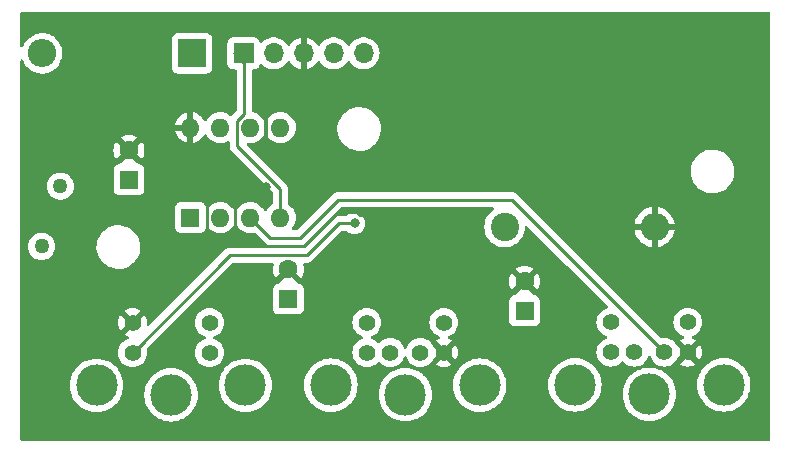
<source format=gbr>
%TF.GenerationSoftware,KiCad,Pcbnew,6.99.0-unknown-3b63ce8a48~154~ubuntu22.04.1*%
%TF.CreationDate,2022-10-12T06:00:40-06:00*%
%TF.ProjectId,PS2_ADB,5053325f-4144-4422-9e6b-696361645f70,rev?*%
%TF.SameCoordinates,Original*%
%TF.FileFunction,Copper,L2,Bot*%
%TF.FilePolarity,Positive*%
%FSLAX46Y46*%
G04 Gerber Fmt 4.6, Leading zero omitted, Abs format (unit mm)*
G04 Created by KiCad (PCBNEW 6.99.0-unknown-3b63ce8a48~154~ubuntu22.04.1) date 2022-10-12 06:00:40*
%MOMM*%
%LPD*%
G01*
G04 APERTURE LIST*
%TA.AperFunction,ComponentPad*%
%ADD10C,2.400000*%
%TD*%
%TA.AperFunction,ComponentPad*%
%ADD11O,2.400000X2.400000*%
%TD*%
%TA.AperFunction,ComponentPad*%
%ADD12R,1.600000X1.600000*%
%TD*%
%TA.AperFunction,ComponentPad*%
%ADD13C,1.600000*%
%TD*%
%TA.AperFunction,ComponentPad*%
%ADD14C,1.410000*%
%TD*%
%TA.AperFunction,ComponentPad*%
%ADD15C,3.500000*%
%TD*%
%TA.AperFunction,ComponentPad*%
%ADD16R,1.700000X1.700000*%
%TD*%
%TA.AperFunction,ComponentPad*%
%ADD17O,1.700000X1.700000*%
%TD*%
%TA.AperFunction,ComponentPad*%
%ADD18R,2.400000X2.400000*%
%TD*%
%TA.AperFunction,ComponentPad*%
%ADD19O,1.600000X1.600000*%
%TD*%
%TA.AperFunction,ComponentPad*%
%ADD20C,1.270000*%
%TD*%
%TA.AperFunction,ViaPad*%
%ADD21C,0.800000*%
%TD*%
%TA.AperFunction,Conductor*%
%ADD22C,0.250000*%
%TD*%
%TA.AperFunction,Conductor*%
%ADD23C,0.330000*%
%TD*%
G04 APERTURE END LIST*
D10*
%TO.P,R2,1*%
%TO.N,Net-(SW1-K)*%
X178500000Y-102000000D03*
D11*
%TO.P,R2,2*%
%TO.N,GND*%
X191199999Y-101999999D03*
%TD*%
D12*
%TO.P,C6,1*%
%TO.N,+5VA*%
X180199999Y-109105112D03*
D13*
%TO.P,C6,2*%
%TO.N,GND*%
X180200000Y-106605113D03*
%TD*%
D12*
%TO.P,C5,1*%
%TO.N,+5VA*%
X160199999Y-108099999D03*
D13*
%TO.P,C5,2*%
%TO.N,GND*%
X160200000Y-105600000D03*
%TD*%
D12*
%TO.P,C3,1*%
%TO.N,+5VA*%
X146699999Y-97999999D03*
D13*
%TO.P,C3,2*%
%TO.N,GND*%
X146700000Y-95500000D03*
%TD*%
D14*
%TO.P,J4,1*%
%TO.N,Net-(J4-Pad1)*%
X147000000Y-112640000D03*
%TO.P,J4,2*%
%TO.N,ADB*%
X153520000Y-112640000D03*
%TO.P,J4,3*%
%TO.N,GND*%
X147000000Y-110100000D03*
%TO.P,J4,4*%
%TO.N,+5V*%
X153520000Y-110100000D03*
D15*
%TO.P,J4,9*%
%TO.N,N/C*%
X143960000Y-115410000D03*
X150260000Y-116210000D03*
X156560000Y-115410000D03*
%TD*%
D14*
%TO.P,J3,1*%
%TO.N,PS{slash}2_Mouse*%
X192030000Y-112600000D03*
%TO.P,J3,2*%
%TO.N,unconnected-(J3-Pad2)*%
X189490000Y-112600000D03*
%TO.P,J3,3*%
%TO.N,GND*%
X194020000Y-112600000D03*
%TO.P,J3,4*%
%TO.N,+5VA*%
X187500000Y-112600000D03*
%TO.P,J3,5*%
%TO.N,PS{slash}2_CLK*%
X194020000Y-110060000D03*
%TO.P,J3,6*%
%TO.N,unconnected-(J3-Pad6)*%
X187500000Y-110060000D03*
D15*
%TO.P,J3,9*%
%TO.N,N/C*%
X184460000Y-115370000D03*
X190760000Y-116170000D03*
X197060000Y-115370000D03*
%TD*%
D16*
%TO.P,J5,1,Pin_1*%
%TO.N,PS{slash}2_KBD*%
X156399999Y-87299999D03*
D17*
%TO.P,J5,2,Pin_2*%
%TO.N,+5VA*%
X158939999Y-87299999D03*
%TO.P,J5,3,Pin_3*%
%TO.N,GND*%
X161479999Y-87299999D03*
%TO.P,J5,4,Pin_4*%
%TO.N,ICSPDAT*%
X164019999Y-87299999D03*
%TO.P,J5,5,Pin_5*%
%TO.N,ICSPCLK*%
X166559999Y-87299999D03*
%TD*%
D18*
%TO.P,D1,1,K*%
%TO.N,+5VA*%
X152049999Y-87299999D03*
D11*
%TO.P,D1,2,A*%
%TO.N,Net-(D1-A)*%
X139349999Y-87299999D03*
%TD*%
D12*
%TO.P,U1,1,VDD*%
%TO.N,+5VA*%
X151899999Y-101199999D03*
D19*
%TO.P,U1,2,RA5*%
%TO.N,ADB*%
X154439999Y-101199999D03*
%TO.P,U1,3,RA4*%
%TO.N,PS{slash}2_Mouse*%
X156979999Y-101199999D03*
%TO.P,U1,4,RA3*%
%TO.N,PS{slash}2_KBD*%
X159519999Y-101199999D03*
%TO.P,U1,5,RA2*%
%TO.N,PS{slash}2_CLK*%
X159519999Y-93579999D03*
%TO.P,U1,6,RA1*%
%TO.N,ICSPCLK*%
X156979999Y-93579999D03*
%TO.P,U1,7,RA0*%
%TO.N,ICSPDAT*%
X154439999Y-93579999D03*
%TO.P,U1,8,VSS*%
%TO.N,GND*%
X151899999Y-93579999D03*
%TD*%
D14*
%TO.P,J2,1*%
%TO.N,PS{slash}2_KBD*%
X171370000Y-112630000D03*
%TO.P,J2,2*%
%TO.N,unconnected-(J2-Pad2)*%
X168830000Y-112630000D03*
%TO.P,J2,3*%
%TO.N,GND*%
X173360000Y-112630000D03*
%TO.P,J2,4*%
%TO.N,+5VA*%
X166840000Y-112630000D03*
%TO.P,J2,5*%
%TO.N,PS{slash}2_CLK*%
X173360000Y-110090000D03*
%TO.P,J2,6*%
%TO.N,unconnected-(J2-Pad6)*%
X166840000Y-110090000D03*
D15*
%TO.P,J2,9*%
%TO.N,N/C*%
X163800000Y-115400000D03*
X170100000Y-116200000D03*
X176400000Y-115400000D03*
%TD*%
D20*
%TO.P,F2,1*%
%TO.N,+5V*%
X139300000Y-103650000D03*
%TO.P,F2,2*%
%TO.N,Net-(D1-A)*%
X140900000Y-98550000D03*
%TD*%
D21*
%TO.N,GND*%
X160200000Y-114300000D03*
X156600000Y-109100000D03*
X144500000Y-97900000D03*
X143700000Y-91600000D03*
X150900000Y-104600000D03*
X160900000Y-95800000D03*
X145500000Y-107600000D03*
X152200000Y-113800000D03*
X138300000Y-100500000D03*
X190100000Y-108900000D03*
X161300000Y-101100000D03*
X154200000Y-90300000D03*
X147800000Y-92400000D03*
X172600000Y-108000000D03*
X183400000Y-102100000D03*
X141100000Y-89000000D03*
X158300000Y-98600000D03*
X159300000Y-90000000D03*
X170000000Y-111100000D03*
X185800000Y-109000000D03*
X181500000Y-104100000D03*
X199600000Y-84900000D03*
X182400000Y-85000000D03*
X171300000Y-101000000D03*
X142900000Y-109600000D03*
X180400000Y-119400000D03*
X175100000Y-110600000D03*
X158300000Y-95300000D03*
X165400000Y-105200000D03*
X142100000Y-104000000D03*
X157000000Y-99200000D03*
X150500000Y-97700000D03*
X164300000Y-104200000D03*
X154900000Y-95700000D03*
X171300000Y-98500000D03*
X178600000Y-117300000D03*
X173400000Y-117800000D03*
X165800000Y-119000000D03*
X157200000Y-106400000D03*
%TO.N,Net-(J4-Pad1)*%
X165800000Y-101700000D03*
%TD*%
D22*
%TO.N,GND*%
X156400000Y-99200000D02*
X155700000Y-99900000D01*
X166300000Y-101000000D02*
X166000000Y-100700000D01*
X163600000Y-101500000D02*
X161500000Y-103600000D01*
X153300000Y-99900000D02*
X153300000Y-102300000D01*
X164400000Y-100700000D02*
X163600000Y-101500000D01*
X157000000Y-99200000D02*
X154000000Y-99200000D01*
X157000000Y-99200000D02*
X156400000Y-99200000D01*
X166000000Y-100700000D02*
X164400000Y-100700000D01*
D23*
X158300000Y-95300000D02*
X158300000Y-92500000D01*
D22*
X171300000Y-101000000D02*
X166300000Y-101000000D01*
X154000000Y-99200000D02*
X153500000Y-99700000D01*
X161500000Y-103600000D02*
X158200000Y-103600000D01*
X155700000Y-99900000D02*
X155700000Y-101900000D01*
X153500000Y-99700000D02*
X153300000Y-99900000D01*
D23*
X158300000Y-92500000D02*
X158200000Y-92400000D01*
D22*
%TO.N,PS{slash}2_KBD*%
X156465000Y-88150000D02*
X156465000Y-92435000D01*
X155855000Y-93045000D02*
X155855000Y-95129695D01*
X155615000Y-87300000D02*
X156465000Y-88150000D01*
X155855000Y-95129695D02*
X159520000Y-98794695D01*
X156465000Y-92435000D02*
X155855000Y-93045000D01*
X159520000Y-98794695D02*
X159520000Y-101200000D01*
%TO.N,PS{slash}2_Mouse*%
X179130000Y-99700000D02*
X164400000Y-99700000D01*
X192030000Y-112600000D02*
X179130000Y-99700000D01*
X164400000Y-99700000D02*
X161200000Y-102900000D01*
X161200000Y-102900000D02*
X158680000Y-102900000D01*
X158680000Y-102900000D02*
X156980000Y-101200000D01*
%TO.N,Net-(J4-Pad1)*%
X164460000Y-101700000D02*
X165800000Y-101700000D01*
X155240000Y-104400000D02*
X147000000Y-112640000D01*
X165800000Y-101700000D02*
X166000000Y-101700000D01*
X161760000Y-104400000D02*
X155240000Y-104400000D01*
X164460000Y-101700000D02*
X161760000Y-104400000D01*
%TD*%
%TA.AperFunction,Conductor*%
%TO.N,GND*%
G36*
X200941621Y-83820502D02*
G01*
X200988114Y-83874158D01*
X200999500Y-83926500D01*
X200999500Y-119973500D01*
X200979498Y-120041621D01*
X200925842Y-120088114D01*
X200873500Y-120099500D01*
X137626500Y-120099500D01*
X137558379Y-120079498D01*
X137511886Y-120025842D01*
X137500500Y-119973500D01*
X137500500Y-115410000D01*
X141696654Y-115410000D01*
X141696924Y-115414119D01*
X141715362Y-115695426D01*
X141716017Y-115705426D01*
X141716819Y-115709459D01*
X141716820Y-115709465D01*
X141772565Y-115989710D01*
X141773776Y-115995797D01*
X141775103Y-115999706D01*
X141775104Y-115999710D01*
X141865546Y-116266145D01*
X141868941Y-116276145D01*
X141870765Y-116279843D01*
X141996647Y-116535106D01*
X141999885Y-116541673D01*
X142002179Y-116545106D01*
X142159757Y-116780938D01*
X142164367Y-116787838D01*
X142167081Y-116790932D01*
X142167085Y-116790938D01*
X142348094Y-116997338D01*
X142359573Y-117010427D01*
X142362662Y-117013136D01*
X142579062Y-117202915D01*
X142579068Y-117202919D01*
X142582162Y-117205633D01*
X142585588Y-117207922D01*
X142585593Y-117207926D01*
X142720353Y-117297969D01*
X142828327Y-117370115D01*
X142832026Y-117371939D01*
X142832031Y-117371942D01*
X142968313Y-117439148D01*
X143093855Y-117501059D01*
X143097760Y-117502384D01*
X143097761Y-117502385D01*
X143370290Y-117594896D01*
X143370294Y-117594897D01*
X143374203Y-117596224D01*
X143378247Y-117597028D01*
X143378253Y-117597030D01*
X143660535Y-117653180D01*
X143660541Y-117653181D01*
X143664574Y-117653983D01*
X143668679Y-117654252D01*
X143668686Y-117654253D01*
X143955881Y-117673076D01*
X143960000Y-117673346D01*
X143964119Y-117673076D01*
X144251314Y-117654253D01*
X144251321Y-117654252D01*
X144255426Y-117653983D01*
X144259459Y-117653181D01*
X144259465Y-117653180D01*
X144541747Y-117597030D01*
X144541753Y-117597028D01*
X144545797Y-117596224D01*
X144549706Y-117594897D01*
X144549710Y-117594896D01*
X144822239Y-117502385D01*
X144822240Y-117502384D01*
X144826145Y-117501059D01*
X144951687Y-117439148D01*
X145087969Y-117371942D01*
X145087974Y-117371939D01*
X145091673Y-117370115D01*
X145199647Y-117297969D01*
X145334407Y-117207926D01*
X145334412Y-117207922D01*
X145337838Y-117205633D01*
X145340932Y-117202919D01*
X145340938Y-117202915D01*
X145557338Y-117013136D01*
X145560427Y-117010427D01*
X145571906Y-116997338D01*
X145752915Y-116790938D01*
X145752919Y-116790932D01*
X145755633Y-116787838D01*
X145760244Y-116780938D01*
X145917821Y-116545106D01*
X145920115Y-116541673D01*
X145923354Y-116535106D01*
X146049235Y-116279843D01*
X146051059Y-116276145D01*
X146054454Y-116266145D01*
X146073513Y-116210000D01*
X147996654Y-116210000D01*
X147996924Y-116214119D01*
X148015362Y-116495426D01*
X148016017Y-116505426D01*
X148016819Y-116509459D01*
X148016820Y-116509465D01*
X148072565Y-116789710D01*
X148073776Y-116795797D01*
X148075103Y-116799706D01*
X148075104Y-116799710D01*
X148165546Y-117066145D01*
X148168941Y-117076145D01*
X148226526Y-117192915D01*
X148296647Y-117335106D01*
X148299885Y-117341673D01*
X148302179Y-117345106D01*
X148459757Y-117580938D01*
X148464367Y-117587838D01*
X148467081Y-117590932D01*
X148467085Y-117590938D01*
X148648094Y-117797338D01*
X148659573Y-117810427D01*
X148662662Y-117813136D01*
X148879062Y-118002915D01*
X148879068Y-118002919D01*
X148882162Y-118005633D01*
X148885588Y-118007922D01*
X148885593Y-118007926D01*
X149065029Y-118127821D01*
X149128327Y-118170115D01*
X149132026Y-118171939D01*
X149132031Y-118171942D01*
X149268313Y-118239148D01*
X149393855Y-118301059D01*
X149397760Y-118302384D01*
X149397761Y-118302385D01*
X149670290Y-118394896D01*
X149670294Y-118394897D01*
X149674203Y-118396224D01*
X149678247Y-118397028D01*
X149678253Y-118397030D01*
X149960535Y-118453180D01*
X149960541Y-118453181D01*
X149964574Y-118453983D01*
X149968679Y-118454252D01*
X149968686Y-118454253D01*
X150255881Y-118473076D01*
X150260000Y-118473346D01*
X150264119Y-118473076D01*
X150551314Y-118454253D01*
X150551321Y-118454252D01*
X150555426Y-118453983D01*
X150559459Y-118453181D01*
X150559465Y-118453180D01*
X150841747Y-118397030D01*
X150841753Y-118397028D01*
X150845797Y-118396224D01*
X150849706Y-118394897D01*
X150849710Y-118394896D01*
X151122239Y-118302385D01*
X151122240Y-118302384D01*
X151126145Y-118301059D01*
X151251687Y-118239148D01*
X151387969Y-118171942D01*
X151387974Y-118171939D01*
X151391673Y-118170115D01*
X151454971Y-118127821D01*
X151634407Y-118007926D01*
X151634412Y-118007922D01*
X151637838Y-118005633D01*
X151640932Y-118002919D01*
X151640938Y-118002915D01*
X151857338Y-117813136D01*
X151860427Y-117810427D01*
X151871906Y-117797338D01*
X152052915Y-117590938D01*
X152052919Y-117590932D01*
X152055633Y-117587838D01*
X152060244Y-117580938D01*
X152217821Y-117345106D01*
X152220115Y-117341673D01*
X152223354Y-117335106D01*
X152293474Y-117192915D01*
X152351059Y-117076145D01*
X152354454Y-117066145D01*
X152444896Y-116799710D01*
X152444897Y-116799706D01*
X152446224Y-116795797D01*
X152447435Y-116789710D01*
X152503180Y-116509465D01*
X152503181Y-116509459D01*
X152503983Y-116505426D01*
X152504639Y-116495426D01*
X152523076Y-116214119D01*
X152523346Y-116210000D01*
X152508908Y-115989710D01*
X152504253Y-115918686D01*
X152504252Y-115918679D01*
X152503983Y-115914574D01*
X152501191Y-115900535D01*
X152447030Y-115628253D01*
X152447028Y-115628247D01*
X152446224Y-115624203D01*
X152444205Y-115618253D01*
X152373512Y-115410000D01*
X154296654Y-115410000D01*
X154296924Y-115414119D01*
X154315362Y-115695426D01*
X154316017Y-115705426D01*
X154316819Y-115709459D01*
X154316820Y-115709465D01*
X154372565Y-115989710D01*
X154373776Y-115995797D01*
X154375103Y-115999706D01*
X154375104Y-115999710D01*
X154465546Y-116266145D01*
X154468941Y-116276145D01*
X154470765Y-116279843D01*
X154596647Y-116535106D01*
X154599885Y-116541673D01*
X154602179Y-116545106D01*
X154759757Y-116780938D01*
X154764367Y-116787838D01*
X154767081Y-116790932D01*
X154767085Y-116790938D01*
X154948094Y-116997338D01*
X154959573Y-117010427D01*
X154962662Y-117013136D01*
X155179062Y-117202915D01*
X155179068Y-117202919D01*
X155182162Y-117205633D01*
X155185588Y-117207922D01*
X155185593Y-117207926D01*
X155320353Y-117297969D01*
X155428327Y-117370115D01*
X155432026Y-117371939D01*
X155432031Y-117371942D01*
X155568313Y-117439148D01*
X155693855Y-117501059D01*
X155697760Y-117502384D01*
X155697761Y-117502385D01*
X155970290Y-117594896D01*
X155970294Y-117594897D01*
X155974203Y-117596224D01*
X155978247Y-117597028D01*
X155978253Y-117597030D01*
X156260535Y-117653180D01*
X156260541Y-117653181D01*
X156264574Y-117653983D01*
X156268679Y-117654252D01*
X156268686Y-117654253D01*
X156555881Y-117673076D01*
X156560000Y-117673346D01*
X156564119Y-117673076D01*
X156851314Y-117654253D01*
X156851321Y-117654252D01*
X156855426Y-117653983D01*
X156859459Y-117653181D01*
X156859465Y-117653180D01*
X157141747Y-117597030D01*
X157141753Y-117597028D01*
X157145797Y-117596224D01*
X157149706Y-117594897D01*
X157149710Y-117594896D01*
X157422239Y-117502385D01*
X157422240Y-117502384D01*
X157426145Y-117501059D01*
X157551687Y-117439148D01*
X157687969Y-117371942D01*
X157687974Y-117371939D01*
X157691673Y-117370115D01*
X157799647Y-117297969D01*
X157934407Y-117207926D01*
X157934412Y-117207922D01*
X157937838Y-117205633D01*
X157940932Y-117202919D01*
X157940938Y-117202915D01*
X158157338Y-117013136D01*
X158160427Y-117010427D01*
X158171906Y-116997338D01*
X158352915Y-116790938D01*
X158352919Y-116790932D01*
X158355633Y-116787838D01*
X158360244Y-116780938D01*
X158517821Y-116545106D01*
X158520115Y-116541673D01*
X158523354Y-116535106D01*
X158649235Y-116279843D01*
X158651059Y-116276145D01*
X158654454Y-116266145D01*
X158744896Y-115999710D01*
X158744897Y-115999706D01*
X158746224Y-115995797D01*
X158747435Y-115989710D01*
X158803180Y-115709465D01*
X158803181Y-115709459D01*
X158803983Y-115705426D01*
X158804639Y-115695426D01*
X158823076Y-115414119D01*
X158823346Y-115410000D01*
X158822691Y-115400000D01*
X161536654Y-115400000D01*
X161536924Y-115404119D01*
X161554051Y-115665426D01*
X161556017Y-115695426D01*
X161556819Y-115699459D01*
X161556820Y-115699465D01*
X161608587Y-115959710D01*
X161613776Y-115985797D01*
X161615103Y-115989706D01*
X161615104Y-115989710D01*
X161698757Y-116236145D01*
X161708941Y-116266145D01*
X161715696Y-116279843D01*
X161826784Y-116505106D01*
X161839885Y-116531673D01*
X161842179Y-116535106D01*
X161989640Y-116755797D01*
X162004367Y-116777838D01*
X162007081Y-116780932D01*
X162007085Y-116780938D01*
X162023548Y-116799710D01*
X162199573Y-117000427D01*
X162202662Y-117003136D01*
X162419062Y-117192915D01*
X162419068Y-117192919D01*
X162422162Y-117195633D01*
X162425588Y-117197922D01*
X162425593Y-117197926D01*
X162575319Y-117297969D01*
X162668327Y-117360115D01*
X162672026Y-117361939D01*
X162672031Y-117361942D01*
X162808313Y-117429148D01*
X162933855Y-117491059D01*
X162937760Y-117492384D01*
X162937761Y-117492385D01*
X163210290Y-117584896D01*
X163210294Y-117584897D01*
X163214203Y-117586224D01*
X163218247Y-117587028D01*
X163218253Y-117587030D01*
X163500535Y-117643180D01*
X163500541Y-117643181D01*
X163504574Y-117643983D01*
X163508679Y-117644252D01*
X163508686Y-117644253D01*
X163795881Y-117663076D01*
X163800000Y-117663346D01*
X163804119Y-117663076D01*
X164091314Y-117644253D01*
X164091321Y-117644252D01*
X164095426Y-117643983D01*
X164099459Y-117643181D01*
X164099465Y-117643180D01*
X164381747Y-117587030D01*
X164381753Y-117587028D01*
X164385797Y-117586224D01*
X164389706Y-117584897D01*
X164389710Y-117584896D01*
X164662239Y-117492385D01*
X164662240Y-117492384D01*
X164666145Y-117491059D01*
X164791687Y-117429148D01*
X164927969Y-117361942D01*
X164927974Y-117361939D01*
X164931673Y-117360115D01*
X165024681Y-117297969D01*
X165174407Y-117197926D01*
X165174412Y-117197922D01*
X165177838Y-117195633D01*
X165180932Y-117192919D01*
X165180938Y-117192915D01*
X165397338Y-117003136D01*
X165400427Y-117000427D01*
X165576452Y-116799710D01*
X165592915Y-116780938D01*
X165592919Y-116780932D01*
X165595633Y-116777838D01*
X165610361Y-116755797D01*
X165757821Y-116535106D01*
X165760115Y-116531673D01*
X165773217Y-116505106D01*
X165884304Y-116279843D01*
X165891059Y-116266145D01*
X165901243Y-116236145D01*
X165913513Y-116200000D01*
X167836654Y-116200000D01*
X167836924Y-116204119D01*
X167854051Y-116465426D01*
X167856017Y-116495426D01*
X167856819Y-116499459D01*
X167856820Y-116499465D01*
X167912809Y-116780938D01*
X167913776Y-116785797D01*
X167915103Y-116789706D01*
X167915104Y-116789710D01*
X167998757Y-117036145D01*
X168008941Y-117066145D01*
X168015696Y-117079843D01*
X168126784Y-117305106D01*
X168139885Y-117331673D01*
X168142179Y-117335106D01*
X168290464Y-117557030D01*
X168304367Y-117577838D01*
X168307081Y-117580932D01*
X168307085Y-117580938D01*
X168470555Y-117767338D01*
X168499573Y-117800427D01*
X168502662Y-117803136D01*
X168719062Y-117992915D01*
X168719068Y-117992919D01*
X168722162Y-117995633D01*
X168725588Y-117997922D01*
X168725593Y-117997926D01*
X168909405Y-118120744D01*
X168968327Y-118160115D01*
X168972026Y-118161939D01*
X168972031Y-118161942D01*
X169108313Y-118229148D01*
X169233855Y-118291059D01*
X169237760Y-118292384D01*
X169237761Y-118292385D01*
X169510290Y-118384896D01*
X169510294Y-118384897D01*
X169514203Y-118386224D01*
X169518247Y-118387028D01*
X169518253Y-118387030D01*
X169800535Y-118443180D01*
X169800541Y-118443181D01*
X169804574Y-118443983D01*
X169808679Y-118444252D01*
X169808686Y-118444253D01*
X170095881Y-118463076D01*
X170100000Y-118463346D01*
X170104119Y-118463076D01*
X170391314Y-118444253D01*
X170391321Y-118444252D01*
X170395426Y-118443983D01*
X170399459Y-118443181D01*
X170399465Y-118443180D01*
X170681747Y-118387030D01*
X170681753Y-118387028D01*
X170685797Y-118386224D01*
X170689706Y-118384897D01*
X170689710Y-118384896D01*
X170962239Y-118292385D01*
X170962240Y-118292384D01*
X170966145Y-118291059D01*
X171091687Y-118229148D01*
X171227969Y-118161942D01*
X171227974Y-118161939D01*
X171231673Y-118160115D01*
X171290595Y-118120744D01*
X171474407Y-117997926D01*
X171474412Y-117997922D01*
X171477838Y-117995633D01*
X171480932Y-117992919D01*
X171480938Y-117992915D01*
X171697338Y-117803136D01*
X171700427Y-117800427D01*
X171729445Y-117767338D01*
X171892915Y-117580938D01*
X171892919Y-117580932D01*
X171895633Y-117577838D01*
X171909537Y-117557030D01*
X172057821Y-117335106D01*
X172060115Y-117331673D01*
X172073217Y-117305106D01*
X172184304Y-117079843D01*
X172191059Y-117066145D01*
X172201243Y-117036145D01*
X172284896Y-116789710D01*
X172284897Y-116789706D01*
X172286224Y-116785797D01*
X172287191Y-116780938D01*
X172343180Y-116499465D01*
X172343181Y-116499459D01*
X172343983Y-116495426D01*
X172345950Y-116465426D01*
X172363076Y-116204119D01*
X172363346Y-116200000D01*
X172361110Y-116165881D01*
X172344253Y-115908686D01*
X172344252Y-115908679D01*
X172343983Y-115904574D01*
X172337213Y-115870535D01*
X172287030Y-115618253D01*
X172287028Y-115618247D01*
X172286224Y-115614203D01*
X172276041Y-115584203D01*
X172213512Y-115400000D01*
X174136654Y-115400000D01*
X174136924Y-115404119D01*
X174154051Y-115665426D01*
X174156017Y-115695426D01*
X174156819Y-115699459D01*
X174156820Y-115699465D01*
X174208587Y-115959710D01*
X174213776Y-115985797D01*
X174215103Y-115989706D01*
X174215104Y-115989710D01*
X174298757Y-116236145D01*
X174308941Y-116266145D01*
X174315696Y-116279843D01*
X174426784Y-116505106D01*
X174439885Y-116531673D01*
X174442179Y-116535106D01*
X174589640Y-116755797D01*
X174604367Y-116777838D01*
X174607081Y-116780932D01*
X174607085Y-116780938D01*
X174623548Y-116799710D01*
X174799573Y-117000427D01*
X174802662Y-117003136D01*
X175019062Y-117192915D01*
X175019068Y-117192919D01*
X175022162Y-117195633D01*
X175025588Y-117197922D01*
X175025593Y-117197926D01*
X175175319Y-117297969D01*
X175268327Y-117360115D01*
X175272026Y-117361939D01*
X175272031Y-117361942D01*
X175408313Y-117429148D01*
X175533855Y-117491059D01*
X175537760Y-117492384D01*
X175537761Y-117492385D01*
X175810290Y-117584896D01*
X175810294Y-117584897D01*
X175814203Y-117586224D01*
X175818247Y-117587028D01*
X175818253Y-117587030D01*
X176100535Y-117643180D01*
X176100541Y-117643181D01*
X176104574Y-117643983D01*
X176108679Y-117644252D01*
X176108686Y-117644253D01*
X176395881Y-117663076D01*
X176400000Y-117663346D01*
X176404119Y-117663076D01*
X176691314Y-117644253D01*
X176691321Y-117644252D01*
X176695426Y-117643983D01*
X176699459Y-117643181D01*
X176699465Y-117643180D01*
X176981747Y-117587030D01*
X176981753Y-117587028D01*
X176985797Y-117586224D01*
X176989706Y-117584897D01*
X176989710Y-117584896D01*
X177262239Y-117492385D01*
X177262240Y-117492384D01*
X177266145Y-117491059D01*
X177391687Y-117429148D01*
X177527969Y-117361942D01*
X177527974Y-117361939D01*
X177531673Y-117360115D01*
X177624681Y-117297969D01*
X177774407Y-117197926D01*
X177774412Y-117197922D01*
X177777838Y-117195633D01*
X177780932Y-117192919D01*
X177780938Y-117192915D01*
X177997338Y-117003136D01*
X178000427Y-117000427D01*
X178176452Y-116799710D01*
X178192915Y-116780938D01*
X178192919Y-116780932D01*
X178195633Y-116777838D01*
X178210361Y-116755797D01*
X178357821Y-116535106D01*
X178360115Y-116531673D01*
X178373217Y-116505106D01*
X178484304Y-116279843D01*
X178491059Y-116266145D01*
X178501243Y-116236145D01*
X178584896Y-115989710D01*
X178584897Y-115989706D01*
X178586224Y-115985797D01*
X178591413Y-115959710D01*
X178643180Y-115699465D01*
X178643181Y-115699459D01*
X178643983Y-115695426D01*
X178645950Y-115665426D01*
X178663076Y-115404119D01*
X178663346Y-115400000D01*
X178661380Y-115370000D01*
X182196654Y-115370000D01*
X182196924Y-115374119D01*
X182213581Y-115628253D01*
X182216017Y-115665426D01*
X182216819Y-115669459D01*
X182216820Y-115669465D01*
X182265576Y-115914574D01*
X182273776Y-115955797D01*
X182275103Y-115959706D01*
X182275104Y-115959710D01*
X182285288Y-115989710D01*
X182368941Y-116236145D01*
X182430852Y-116361687D01*
X182494777Y-116491314D01*
X182499885Y-116501673D01*
X182664367Y-116747838D01*
X182667081Y-116750932D01*
X182667085Y-116750938D01*
X182856864Y-116967338D01*
X182859573Y-116970427D01*
X182862662Y-116973136D01*
X183079062Y-117162915D01*
X183079068Y-117162919D01*
X183082162Y-117165633D01*
X183085588Y-117167922D01*
X183085593Y-117167926D01*
X183142026Y-117205633D01*
X183328327Y-117330115D01*
X183332026Y-117331939D01*
X183332031Y-117331942D01*
X183468313Y-117399148D01*
X183593855Y-117461059D01*
X183597760Y-117462384D01*
X183597761Y-117462385D01*
X183870290Y-117554896D01*
X183870294Y-117554897D01*
X183874203Y-117556224D01*
X183878247Y-117557028D01*
X183878253Y-117557030D01*
X184160535Y-117613180D01*
X184160541Y-117613181D01*
X184164574Y-117613983D01*
X184168679Y-117614252D01*
X184168686Y-117614253D01*
X184455881Y-117633076D01*
X184460000Y-117633346D01*
X184464119Y-117633076D01*
X184751314Y-117614253D01*
X184751321Y-117614252D01*
X184755426Y-117613983D01*
X184759459Y-117613181D01*
X184759465Y-117613180D01*
X185041747Y-117557030D01*
X185041753Y-117557028D01*
X185045797Y-117556224D01*
X185049706Y-117554897D01*
X185049710Y-117554896D01*
X185322239Y-117462385D01*
X185322240Y-117462384D01*
X185326145Y-117461059D01*
X185451687Y-117399148D01*
X185587969Y-117331942D01*
X185587974Y-117331939D01*
X185591673Y-117330115D01*
X185777974Y-117205633D01*
X185834407Y-117167926D01*
X185834412Y-117167922D01*
X185837838Y-117165633D01*
X185840932Y-117162919D01*
X185840938Y-117162915D01*
X186057338Y-116973136D01*
X186060427Y-116970427D01*
X186063136Y-116967338D01*
X186252915Y-116750938D01*
X186252919Y-116750932D01*
X186255633Y-116747838D01*
X186420115Y-116501673D01*
X186425224Y-116491314D01*
X186489148Y-116361687D01*
X186551059Y-116236145D01*
X186573512Y-116170000D01*
X188496654Y-116170000D01*
X188496924Y-116174119D01*
X188502956Y-116266145D01*
X188516017Y-116465426D01*
X188516819Y-116469459D01*
X188516820Y-116469465D01*
X188572809Y-116750938D01*
X188573776Y-116755797D01*
X188575103Y-116759706D01*
X188575104Y-116759710D01*
X188667615Y-117032239D01*
X188668941Y-117036145D01*
X188799885Y-117301673D01*
X188802179Y-117305106D01*
X188931892Y-117499235D01*
X188964367Y-117547838D01*
X188967081Y-117550932D01*
X188967085Y-117550938D01*
X189065428Y-117663076D01*
X189159573Y-117770427D01*
X189162662Y-117773136D01*
X189379062Y-117962915D01*
X189379068Y-117962919D01*
X189382162Y-117965633D01*
X189385588Y-117967922D01*
X189385593Y-117967926D01*
X189442026Y-118005633D01*
X189628327Y-118130115D01*
X189632026Y-118131939D01*
X189632031Y-118131942D01*
X189768313Y-118199148D01*
X189893855Y-118261059D01*
X189897760Y-118262384D01*
X189897761Y-118262385D01*
X190170290Y-118354896D01*
X190170294Y-118354897D01*
X190174203Y-118356224D01*
X190178247Y-118357028D01*
X190178253Y-118357030D01*
X190460535Y-118413180D01*
X190460541Y-118413181D01*
X190464574Y-118413983D01*
X190468679Y-118414252D01*
X190468686Y-118414253D01*
X190755881Y-118433076D01*
X190760000Y-118433346D01*
X190764119Y-118433076D01*
X191051314Y-118414253D01*
X191051321Y-118414252D01*
X191055426Y-118413983D01*
X191059459Y-118413181D01*
X191059465Y-118413180D01*
X191341747Y-118357030D01*
X191341753Y-118357028D01*
X191345797Y-118356224D01*
X191349706Y-118354897D01*
X191349710Y-118354896D01*
X191622239Y-118262385D01*
X191622240Y-118262384D01*
X191626145Y-118261059D01*
X191751687Y-118199148D01*
X191887969Y-118131942D01*
X191887974Y-118131939D01*
X191891673Y-118130115D01*
X192077974Y-118005633D01*
X192134407Y-117967926D01*
X192134412Y-117967922D01*
X192137838Y-117965633D01*
X192140932Y-117962919D01*
X192140938Y-117962915D01*
X192357338Y-117773136D01*
X192360427Y-117770427D01*
X192454572Y-117663076D01*
X192552915Y-117550938D01*
X192552919Y-117550932D01*
X192555633Y-117547838D01*
X192588109Y-117499235D01*
X192717821Y-117305106D01*
X192720115Y-117301673D01*
X192851059Y-117036145D01*
X192852385Y-117032239D01*
X192944896Y-116759710D01*
X192944897Y-116759706D01*
X192946224Y-116755797D01*
X192947191Y-116750938D01*
X193003180Y-116469465D01*
X193003181Y-116469459D01*
X193003983Y-116465426D01*
X193017045Y-116266145D01*
X193023076Y-116174119D01*
X193023346Y-116170000D01*
X193012185Y-115999710D01*
X193004253Y-115878686D01*
X193004252Y-115878679D01*
X193003983Y-115874574D01*
X192971141Y-115709465D01*
X192947030Y-115588253D01*
X192947028Y-115588247D01*
X192946224Y-115584203D01*
X192888489Y-115414119D01*
X192873512Y-115370000D01*
X194796654Y-115370000D01*
X194796924Y-115374119D01*
X194813581Y-115628253D01*
X194816017Y-115665426D01*
X194816819Y-115669459D01*
X194816820Y-115669465D01*
X194865576Y-115914574D01*
X194873776Y-115955797D01*
X194875103Y-115959706D01*
X194875104Y-115959710D01*
X194885288Y-115989710D01*
X194968941Y-116236145D01*
X195030852Y-116361687D01*
X195094777Y-116491314D01*
X195099885Y-116501673D01*
X195264367Y-116747838D01*
X195267081Y-116750932D01*
X195267085Y-116750938D01*
X195456864Y-116967338D01*
X195459573Y-116970427D01*
X195462662Y-116973136D01*
X195679062Y-117162915D01*
X195679068Y-117162919D01*
X195682162Y-117165633D01*
X195685588Y-117167922D01*
X195685593Y-117167926D01*
X195742026Y-117205633D01*
X195928327Y-117330115D01*
X195932026Y-117331939D01*
X195932031Y-117331942D01*
X196068313Y-117399148D01*
X196193855Y-117461059D01*
X196197760Y-117462384D01*
X196197761Y-117462385D01*
X196470290Y-117554896D01*
X196470294Y-117554897D01*
X196474203Y-117556224D01*
X196478247Y-117557028D01*
X196478253Y-117557030D01*
X196760535Y-117613180D01*
X196760541Y-117613181D01*
X196764574Y-117613983D01*
X196768679Y-117614252D01*
X196768686Y-117614253D01*
X197055881Y-117633076D01*
X197060000Y-117633346D01*
X197064119Y-117633076D01*
X197351314Y-117614253D01*
X197351321Y-117614252D01*
X197355426Y-117613983D01*
X197359459Y-117613181D01*
X197359465Y-117613180D01*
X197641747Y-117557030D01*
X197641753Y-117557028D01*
X197645797Y-117556224D01*
X197649706Y-117554897D01*
X197649710Y-117554896D01*
X197922239Y-117462385D01*
X197922240Y-117462384D01*
X197926145Y-117461059D01*
X198051687Y-117399148D01*
X198187969Y-117331942D01*
X198187974Y-117331939D01*
X198191673Y-117330115D01*
X198377974Y-117205633D01*
X198434407Y-117167926D01*
X198434412Y-117167922D01*
X198437838Y-117165633D01*
X198440932Y-117162919D01*
X198440938Y-117162915D01*
X198657338Y-116973136D01*
X198660427Y-116970427D01*
X198663136Y-116967338D01*
X198852915Y-116750938D01*
X198852919Y-116750932D01*
X198855633Y-116747838D01*
X199020115Y-116501673D01*
X199025224Y-116491314D01*
X199089148Y-116361687D01*
X199151059Y-116236145D01*
X199234712Y-115989710D01*
X199244896Y-115959710D01*
X199244897Y-115959706D01*
X199246224Y-115955797D01*
X199254424Y-115914574D01*
X199303180Y-115669465D01*
X199303181Y-115669459D01*
X199303983Y-115665426D01*
X199306420Y-115628253D01*
X199323076Y-115374119D01*
X199323346Y-115370000D01*
X199318768Y-115300157D01*
X199304253Y-115078686D01*
X199304252Y-115078679D01*
X199303983Y-115074574D01*
X199302741Y-115068327D01*
X199247030Y-114788253D01*
X199247028Y-114788247D01*
X199246224Y-114784203D01*
X199184600Y-114602662D01*
X199152385Y-114507761D01*
X199152384Y-114507760D01*
X199151059Y-114503855D01*
X199086072Y-114372074D01*
X199021942Y-114242031D01*
X199021939Y-114242026D01*
X199020115Y-114238327D01*
X198877971Y-114025593D01*
X198857926Y-113995593D01*
X198857922Y-113995588D01*
X198855633Y-113992162D01*
X198852919Y-113989068D01*
X198852915Y-113989062D01*
X198663136Y-113772662D01*
X198660427Y-113769573D01*
X198633656Y-113746095D01*
X198440938Y-113577085D01*
X198440932Y-113577081D01*
X198437838Y-113574367D01*
X198434412Y-113572078D01*
X198434407Y-113572074D01*
X198195106Y-113412179D01*
X198191673Y-113409885D01*
X198187974Y-113408061D01*
X198187969Y-113408058D01*
X198018864Y-113324665D01*
X197926145Y-113278941D01*
X197922239Y-113277615D01*
X197649710Y-113185104D01*
X197649706Y-113185103D01*
X197645797Y-113183776D01*
X197641753Y-113182972D01*
X197641747Y-113182970D01*
X197359465Y-113126820D01*
X197359459Y-113126819D01*
X197355426Y-113126017D01*
X197351321Y-113125748D01*
X197351314Y-113125747D01*
X197064119Y-113106924D01*
X197060000Y-113106654D01*
X197055881Y-113106924D01*
X196768686Y-113125747D01*
X196768679Y-113125748D01*
X196764574Y-113126017D01*
X196760541Y-113126819D01*
X196760535Y-113126820D01*
X196478253Y-113182970D01*
X196478247Y-113182972D01*
X196474203Y-113183776D01*
X196470294Y-113185103D01*
X196470290Y-113185104D01*
X196197761Y-113277615D01*
X196193855Y-113278941D01*
X196101136Y-113324665D01*
X195932031Y-113408058D01*
X195932026Y-113408061D01*
X195928327Y-113409885D01*
X195924894Y-113412179D01*
X195685593Y-113572074D01*
X195685588Y-113572078D01*
X195682162Y-113574367D01*
X195679068Y-113577081D01*
X195679062Y-113577085D01*
X195486344Y-113746095D01*
X195459573Y-113769573D01*
X195456864Y-113772662D01*
X195267085Y-113989062D01*
X195267081Y-113989068D01*
X195264367Y-113992162D01*
X195262078Y-113995588D01*
X195262074Y-113995593D01*
X195242029Y-114025593D01*
X195099885Y-114238327D01*
X195098061Y-114242026D01*
X195098058Y-114242031D01*
X195033928Y-114372074D01*
X194968941Y-114503855D01*
X194967616Y-114507760D01*
X194967615Y-114507761D01*
X194935401Y-114602662D01*
X194873776Y-114784203D01*
X194872972Y-114788247D01*
X194872970Y-114788253D01*
X194817260Y-115068327D01*
X194816017Y-115074574D01*
X194815748Y-115078679D01*
X194815747Y-115078686D01*
X194801232Y-115300157D01*
X194796654Y-115370000D01*
X192873512Y-115370000D01*
X192852385Y-115307761D01*
X192852384Y-115307760D01*
X192851059Y-115303855D01*
X192754812Y-115108686D01*
X192721942Y-115042031D01*
X192721939Y-115042026D01*
X192720115Y-115038327D01*
X192580289Y-114829062D01*
X192557926Y-114795593D01*
X192557922Y-114795588D01*
X192555633Y-114792162D01*
X192552919Y-114789068D01*
X192552915Y-114789062D01*
X192363136Y-114572662D01*
X192360427Y-114569573D01*
X192326885Y-114540157D01*
X192140938Y-114377085D01*
X192140932Y-114377081D01*
X192137838Y-114374367D01*
X192134412Y-114372078D01*
X192134407Y-114372074D01*
X191936571Y-114239885D01*
X191891673Y-114209885D01*
X191887974Y-114208061D01*
X191887969Y-114208058D01*
X191751687Y-114140852D01*
X191626145Y-114078941D01*
X191622239Y-114077615D01*
X191349710Y-113985104D01*
X191349706Y-113985103D01*
X191345797Y-113983776D01*
X191341753Y-113982972D01*
X191341747Y-113982970D01*
X191059465Y-113926820D01*
X191059459Y-113926819D01*
X191055426Y-113926017D01*
X191051321Y-113925748D01*
X191051314Y-113925747D01*
X190764119Y-113906924D01*
X190760000Y-113906654D01*
X190755881Y-113906924D01*
X190468686Y-113925747D01*
X190468679Y-113925748D01*
X190464574Y-113926017D01*
X190460541Y-113926819D01*
X190460535Y-113926820D01*
X190178253Y-113982970D01*
X190178247Y-113982972D01*
X190174203Y-113983776D01*
X190170294Y-113985103D01*
X190170290Y-113985104D01*
X189897761Y-114077615D01*
X189893855Y-114078941D01*
X189768313Y-114140852D01*
X189632031Y-114208058D01*
X189632026Y-114208061D01*
X189628327Y-114209885D01*
X189583429Y-114239885D01*
X189385593Y-114372074D01*
X189385588Y-114372078D01*
X189382162Y-114374367D01*
X189379068Y-114377081D01*
X189379062Y-114377085D01*
X189193115Y-114540157D01*
X189159573Y-114569573D01*
X189156864Y-114572662D01*
X188967085Y-114789062D01*
X188967081Y-114789068D01*
X188964367Y-114792162D01*
X188962078Y-114795588D01*
X188962074Y-114795593D01*
X188939711Y-114829062D01*
X188799885Y-115038327D01*
X188798061Y-115042026D01*
X188798058Y-115042031D01*
X188765188Y-115108686D01*
X188668941Y-115303855D01*
X188667616Y-115307760D01*
X188667615Y-115307761D01*
X188631512Y-115414119D01*
X188573776Y-115584203D01*
X188572972Y-115588247D01*
X188572970Y-115588253D01*
X188548860Y-115709465D01*
X188516017Y-115874574D01*
X188515748Y-115878679D01*
X188515747Y-115878686D01*
X188507815Y-115999710D01*
X188496654Y-116170000D01*
X186573512Y-116170000D01*
X186634712Y-115989710D01*
X186644896Y-115959710D01*
X186644897Y-115959706D01*
X186646224Y-115955797D01*
X186654424Y-115914574D01*
X186703180Y-115669465D01*
X186703181Y-115669459D01*
X186703983Y-115665426D01*
X186706420Y-115628253D01*
X186723076Y-115374119D01*
X186723346Y-115370000D01*
X186718768Y-115300157D01*
X186704253Y-115078686D01*
X186704252Y-115078679D01*
X186703983Y-115074574D01*
X186702741Y-115068327D01*
X186647030Y-114788253D01*
X186647028Y-114788247D01*
X186646224Y-114784203D01*
X186584600Y-114602662D01*
X186552385Y-114507761D01*
X186552384Y-114507760D01*
X186551059Y-114503855D01*
X186486072Y-114372074D01*
X186421942Y-114242031D01*
X186421939Y-114242026D01*
X186420115Y-114238327D01*
X186277971Y-114025593D01*
X186257926Y-113995593D01*
X186257922Y-113995588D01*
X186255633Y-113992162D01*
X186252919Y-113989068D01*
X186252915Y-113989062D01*
X186063136Y-113772662D01*
X186060427Y-113769573D01*
X186033656Y-113746095D01*
X185840938Y-113577085D01*
X185840932Y-113577081D01*
X185837838Y-113574367D01*
X185834412Y-113572078D01*
X185834407Y-113572074D01*
X185595106Y-113412179D01*
X185591673Y-113409885D01*
X185587974Y-113408061D01*
X185587969Y-113408058D01*
X185418864Y-113324665D01*
X185326145Y-113278941D01*
X185322239Y-113277615D01*
X185049710Y-113185104D01*
X185049706Y-113185103D01*
X185045797Y-113183776D01*
X185041753Y-113182972D01*
X185041747Y-113182970D01*
X184759465Y-113126820D01*
X184759459Y-113126819D01*
X184755426Y-113126017D01*
X184751321Y-113125748D01*
X184751314Y-113125747D01*
X184464119Y-113106924D01*
X184460000Y-113106654D01*
X184455881Y-113106924D01*
X184168686Y-113125747D01*
X184168679Y-113125748D01*
X184164574Y-113126017D01*
X184160541Y-113126819D01*
X184160535Y-113126820D01*
X183878253Y-113182970D01*
X183878247Y-113182972D01*
X183874203Y-113183776D01*
X183870294Y-113185103D01*
X183870290Y-113185104D01*
X183597761Y-113277615D01*
X183593855Y-113278941D01*
X183501136Y-113324665D01*
X183332031Y-113408058D01*
X183332026Y-113408061D01*
X183328327Y-113409885D01*
X183324894Y-113412179D01*
X183085593Y-113572074D01*
X183085588Y-113572078D01*
X183082162Y-113574367D01*
X183079068Y-113577081D01*
X183079062Y-113577085D01*
X182886344Y-113746095D01*
X182859573Y-113769573D01*
X182856864Y-113772662D01*
X182667085Y-113989062D01*
X182667081Y-113989068D01*
X182664367Y-113992162D01*
X182662078Y-113995588D01*
X182662074Y-113995593D01*
X182642029Y-114025593D01*
X182499885Y-114238327D01*
X182498061Y-114242026D01*
X182498058Y-114242031D01*
X182433928Y-114372074D01*
X182368941Y-114503855D01*
X182367616Y-114507760D01*
X182367615Y-114507761D01*
X182335401Y-114602662D01*
X182273776Y-114784203D01*
X182272972Y-114788247D01*
X182272970Y-114788253D01*
X182217260Y-115068327D01*
X182216017Y-115074574D01*
X182215748Y-115078679D01*
X182215747Y-115078686D01*
X182201232Y-115300157D01*
X182196654Y-115370000D01*
X178661380Y-115370000D01*
X178658768Y-115330157D01*
X178644253Y-115108686D01*
X178644252Y-115108679D01*
X178643983Y-115104574D01*
X178638763Y-115078327D01*
X178587030Y-114818253D01*
X178587028Y-114818247D01*
X178586224Y-114814203D01*
X178576041Y-114784203D01*
X178492385Y-114537761D01*
X178492384Y-114537760D01*
X178491059Y-114533855D01*
X178366873Y-114282031D01*
X178361942Y-114272031D01*
X178361939Y-114272026D01*
X178360115Y-114268327D01*
X178319845Y-114208058D01*
X178197926Y-114025593D01*
X178197922Y-114025588D01*
X178195633Y-114022162D01*
X178192919Y-114019068D01*
X178192915Y-114019062D01*
X178003136Y-113802662D01*
X178000427Y-113799573D01*
X177973656Y-113776095D01*
X177780938Y-113607085D01*
X177780932Y-113607081D01*
X177777838Y-113604367D01*
X177774412Y-113602078D01*
X177774407Y-113602074D01*
X177535106Y-113442179D01*
X177531673Y-113439885D01*
X177527974Y-113438061D01*
X177527969Y-113438058D01*
X177298030Y-113324665D01*
X177266145Y-113308941D01*
X177177768Y-113278941D01*
X176989710Y-113215104D01*
X176989706Y-113215103D01*
X176985797Y-113213776D01*
X176981753Y-113212972D01*
X176981747Y-113212970D01*
X176699465Y-113156820D01*
X176699459Y-113156819D01*
X176695426Y-113156017D01*
X176691321Y-113155748D01*
X176691314Y-113155747D01*
X176404119Y-113136924D01*
X176400000Y-113136654D01*
X176395881Y-113136924D01*
X176108686Y-113155747D01*
X176108679Y-113155748D01*
X176104574Y-113156017D01*
X176100541Y-113156819D01*
X176100535Y-113156820D01*
X175818253Y-113212970D01*
X175818247Y-113212972D01*
X175814203Y-113213776D01*
X175810294Y-113215103D01*
X175810290Y-113215104D01*
X175622232Y-113278941D01*
X175533855Y-113308941D01*
X175501970Y-113324665D01*
X175272031Y-113438058D01*
X175272026Y-113438061D01*
X175268327Y-113439885D01*
X175264894Y-113442179D01*
X175025593Y-113602074D01*
X175025588Y-113602078D01*
X175022162Y-113604367D01*
X175019068Y-113607081D01*
X175019062Y-113607085D01*
X174826344Y-113776095D01*
X174799573Y-113799573D01*
X174796864Y-113802662D01*
X174607085Y-114019062D01*
X174607081Y-114019068D01*
X174604367Y-114022162D01*
X174602078Y-114025588D01*
X174602074Y-114025593D01*
X174480155Y-114208058D01*
X174439885Y-114268327D01*
X174438061Y-114272026D01*
X174438058Y-114272031D01*
X174433127Y-114282031D01*
X174308941Y-114533855D01*
X174307616Y-114537760D01*
X174307615Y-114537761D01*
X174223960Y-114784203D01*
X174213776Y-114814203D01*
X174212972Y-114818247D01*
X174212970Y-114818253D01*
X174161238Y-115078327D01*
X174156017Y-115104574D01*
X174155748Y-115108679D01*
X174155747Y-115108686D01*
X174141232Y-115330157D01*
X174136654Y-115400000D01*
X172213512Y-115400000D01*
X172192385Y-115337761D01*
X172192384Y-115337760D01*
X172191059Y-115333855D01*
X172129148Y-115208313D01*
X172061942Y-115072031D01*
X172061939Y-115072026D01*
X172060115Y-115068327D01*
X172020744Y-115009405D01*
X171897926Y-114825593D01*
X171897922Y-114825588D01*
X171895633Y-114822162D01*
X171892919Y-114819068D01*
X171892915Y-114819062D01*
X171703136Y-114602662D01*
X171700427Y-114599573D01*
X171636893Y-114543855D01*
X171480938Y-114407085D01*
X171480932Y-114407081D01*
X171477838Y-114404367D01*
X171474412Y-114402078D01*
X171474407Y-114402074D01*
X171279783Y-114272031D01*
X171231673Y-114239885D01*
X171227974Y-114238061D01*
X171227969Y-114238058D01*
X171091687Y-114170852D01*
X170966145Y-114108941D01*
X170877768Y-114078941D01*
X170689710Y-114015104D01*
X170689706Y-114015103D01*
X170685797Y-114013776D01*
X170681753Y-114012972D01*
X170681747Y-114012970D01*
X170399465Y-113956820D01*
X170399459Y-113956819D01*
X170395426Y-113956017D01*
X170391321Y-113955748D01*
X170391314Y-113955747D01*
X170104119Y-113936924D01*
X170100000Y-113936654D01*
X170095881Y-113936924D01*
X169808686Y-113955747D01*
X169808679Y-113955748D01*
X169804574Y-113956017D01*
X169800541Y-113956819D01*
X169800535Y-113956820D01*
X169518253Y-114012970D01*
X169518247Y-114012972D01*
X169514203Y-114013776D01*
X169510294Y-114015103D01*
X169510290Y-114015104D01*
X169322232Y-114078941D01*
X169233855Y-114108941D01*
X169108313Y-114170852D01*
X168972031Y-114238058D01*
X168972026Y-114238061D01*
X168968327Y-114239885D01*
X168920217Y-114272031D01*
X168725593Y-114402074D01*
X168725588Y-114402078D01*
X168722162Y-114404367D01*
X168719068Y-114407081D01*
X168719062Y-114407085D01*
X168563107Y-114543855D01*
X168499573Y-114599573D01*
X168496864Y-114602662D01*
X168307085Y-114819062D01*
X168307081Y-114819068D01*
X168304367Y-114822162D01*
X168302078Y-114825588D01*
X168302074Y-114825593D01*
X168179256Y-115009405D01*
X168139885Y-115068327D01*
X168138061Y-115072026D01*
X168138058Y-115072031D01*
X168070852Y-115208313D01*
X168008941Y-115333855D01*
X168007616Y-115337760D01*
X168007615Y-115337761D01*
X167923960Y-115584203D01*
X167913776Y-115614203D01*
X167912972Y-115618247D01*
X167912970Y-115618253D01*
X167862788Y-115870535D01*
X167856017Y-115904574D01*
X167855748Y-115908679D01*
X167855747Y-115908686D01*
X167838890Y-116165881D01*
X167836654Y-116200000D01*
X165913513Y-116200000D01*
X165984896Y-115989710D01*
X165984897Y-115989706D01*
X165986224Y-115985797D01*
X165991413Y-115959710D01*
X166043180Y-115699465D01*
X166043181Y-115699459D01*
X166043983Y-115695426D01*
X166045950Y-115665426D01*
X166063076Y-115404119D01*
X166063346Y-115400000D01*
X166058768Y-115330157D01*
X166044253Y-115108686D01*
X166044252Y-115108679D01*
X166043983Y-115104574D01*
X166038763Y-115078327D01*
X165987030Y-114818253D01*
X165987028Y-114818247D01*
X165986224Y-114814203D01*
X165976041Y-114784203D01*
X165892385Y-114537761D01*
X165892384Y-114537760D01*
X165891059Y-114533855D01*
X165766873Y-114282031D01*
X165761942Y-114272031D01*
X165761939Y-114272026D01*
X165760115Y-114268327D01*
X165719845Y-114208058D01*
X165597926Y-114025593D01*
X165597922Y-114025588D01*
X165595633Y-114022162D01*
X165592919Y-114019068D01*
X165592915Y-114019062D01*
X165403136Y-113802662D01*
X165400427Y-113799573D01*
X165373656Y-113776095D01*
X165180938Y-113607085D01*
X165180932Y-113607081D01*
X165177838Y-113604367D01*
X165174412Y-113602078D01*
X165174407Y-113602074D01*
X164935106Y-113442179D01*
X164931673Y-113439885D01*
X164927974Y-113438061D01*
X164927969Y-113438058D01*
X164698030Y-113324665D01*
X164666145Y-113308941D01*
X164577768Y-113278941D01*
X164389710Y-113215104D01*
X164389706Y-113215103D01*
X164385797Y-113213776D01*
X164381753Y-113212972D01*
X164381747Y-113212970D01*
X164099465Y-113156820D01*
X164099459Y-113156819D01*
X164095426Y-113156017D01*
X164091321Y-113155748D01*
X164091314Y-113155747D01*
X163804119Y-113136924D01*
X163800000Y-113136654D01*
X163795881Y-113136924D01*
X163508686Y-113155747D01*
X163508679Y-113155748D01*
X163504574Y-113156017D01*
X163500541Y-113156819D01*
X163500535Y-113156820D01*
X163218253Y-113212970D01*
X163218247Y-113212972D01*
X163214203Y-113213776D01*
X163210294Y-113215103D01*
X163210290Y-113215104D01*
X163022232Y-113278941D01*
X162933855Y-113308941D01*
X162901970Y-113324665D01*
X162672031Y-113438058D01*
X162672026Y-113438061D01*
X162668327Y-113439885D01*
X162664894Y-113442179D01*
X162425593Y-113602074D01*
X162425588Y-113602078D01*
X162422162Y-113604367D01*
X162419068Y-113607081D01*
X162419062Y-113607085D01*
X162226344Y-113776095D01*
X162199573Y-113799573D01*
X162196864Y-113802662D01*
X162007085Y-114019062D01*
X162007081Y-114019068D01*
X162004367Y-114022162D01*
X162002078Y-114025588D01*
X162002074Y-114025593D01*
X161880155Y-114208058D01*
X161839885Y-114268327D01*
X161838061Y-114272026D01*
X161838058Y-114272031D01*
X161833127Y-114282031D01*
X161708941Y-114533855D01*
X161707616Y-114537760D01*
X161707615Y-114537761D01*
X161623960Y-114784203D01*
X161613776Y-114814203D01*
X161612972Y-114818247D01*
X161612970Y-114818253D01*
X161561238Y-115078327D01*
X161556017Y-115104574D01*
X161555748Y-115108679D01*
X161555747Y-115108686D01*
X161541232Y-115330157D01*
X161536654Y-115400000D01*
X158822691Y-115400000D01*
X158803983Y-115114574D01*
X158801191Y-115100535D01*
X158747030Y-114828253D01*
X158747028Y-114828247D01*
X158746224Y-114824203D01*
X158744205Y-114818253D01*
X158652385Y-114547761D01*
X158652384Y-114547760D01*
X158651059Y-114543855D01*
X158520115Y-114278327D01*
X158406049Y-114107615D01*
X158357926Y-114035593D01*
X158357922Y-114035588D01*
X158355633Y-114032162D01*
X158352919Y-114029068D01*
X158352915Y-114029062D01*
X158163136Y-113812662D01*
X158160427Y-113809573D01*
X158149024Y-113799573D01*
X157940938Y-113617085D01*
X157940932Y-113617081D01*
X157937838Y-113614367D01*
X157934412Y-113612078D01*
X157934407Y-113612074D01*
X157695106Y-113452179D01*
X157691673Y-113449885D01*
X157687974Y-113448061D01*
X157687969Y-113448058D01*
X157542289Y-113376217D01*
X157426145Y-113318941D01*
X157422239Y-113317615D01*
X157149710Y-113225104D01*
X157149706Y-113225103D01*
X157145797Y-113223776D01*
X157141753Y-113222972D01*
X157141747Y-113222970D01*
X156859465Y-113166820D01*
X156859459Y-113166819D01*
X156855426Y-113166017D01*
X156851321Y-113165748D01*
X156851314Y-113165747D01*
X156564119Y-113146924D01*
X156560000Y-113146654D01*
X156555881Y-113146924D01*
X156268686Y-113165747D01*
X156268679Y-113165748D01*
X156264574Y-113166017D01*
X156260541Y-113166819D01*
X156260535Y-113166820D01*
X155978253Y-113222970D01*
X155978247Y-113222972D01*
X155974203Y-113223776D01*
X155970294Y-113225103D01*
X155970290Y-113225104D01*
X155697761Y-113317615D01*
X155693855Y-113318941D01*
X155577711Y-113376217D01*
X155432031Y-113448058D01*
X155432026Y-113448061D01*
X155428327Y-113449885D01*
X155424894Y-113452179D01*
X155185593Y-113612074D01*
X155185588Y-113612078D01*
X155182162Y-113614367D01*
X155179068Y-113617081D01*
X155179062Y-113617085D01*
X154970976Y-113799573D01*
X154959573Y-113809573D01*
X154956864Y-113812662D01*
X154767085Y-114029062D01*
X154767081Y-114029068D01*
X154764367Y-114032162D01*
X154762078Y-114035588D01*
X154762074Y-114035593D01*
X154713951Y-114107615D01*
X154599885Y-114278327D01*
X154468941Y-114543855D01*
X154467616Y-114547760D01*
X154467615Y-114547761D01*
X154375796Y-114818253D01*
X154373776Y-114824203D01*
X154372972Y-114828247D01*
X154372970Y-114828253D01*
X154318810Y-115100535D01*
X154316017Y-115114574D01*
X154296654Y-115410000D01*
X152373512Y-115410000D01*
X152352385Y-115347761D01*
X152352384Y-115347760D01*
X152351059Y-115343855D01*
X152237990Y-115114574D01*
X152221942Y-115082031D01*
X152221939Y-115082026D01*
X152220115Y-115078327D01*
X152055633Y-114832162D01*
X152052919Y-114829068D01*
X152052915Y-114829062D01*
X151863136Y-114612662D01*
X151860427Y-114609573D01*
X151781274Y-114540157D01*
X151640938Y-114417085D01*
X151640932Y-114417081D01*
X151637838Y-114414367D01*
X151634412Y-114412078D01*
X151634407Y-114412074D01*
X151439783Y-114282031D01*
X151391673Y-114249885D01*
X151387974Y-114248061D01*
X151387969Y-114248058D01*
X151251687Y-114180852D01*
X151126145Y-114118941D01*
X151122239Y-114117615D01*
X150849710Y-114025104D01*
X150849706Y-114025103D01*
X150845797Y-114023776D01*
X150841753Y-114022972D01*
X150841747Y-114022970D01*
X150559465Y-113966820D01*
X150559459Y-113966819D01*
X150555426Y-113966017D01*
X150551321Y-113965748D01*
X150551314Y-113965747D01*
X150264119Y-113946924D01*
X150260000Y-113946654D01*
X150255881Y-113946924D01*
X149968686Y-113965747D01*
X149968679Y-113965748D01*
X149964574Y-113966017D01*
X149960541Y-113966819D01*
X149960535Y-113966820D01*
X149678253Y-114022970D01*
X149678247Y-114022972D01*
X149674203Y-114023776D01*
X149670294Y-114025103D01*
X149670290Y-114025104D01*
X149397761Y-114117615D01*
X149393855Y-114118941D01*
X149268313Y-114180852D01*
X149132031Y-114248058D01*
X149132026Y-114248061D01*
X149128327Y-114249885D01*
X149080217Y-114282031D01*
X148885593Y-114412074D01*
X148885588Y-114412078D01*
X148882162Y-114414367D01*
X148879068Y-114417081D01*
X148879062Y-114417085D01*
X148738726Y-114540157D01*
X148659573Y-114609573D01*
X148656864Y-114612662D01*
X148467085Y-114829062D01*
X148467081Y-114829068D01*
X148464367Y-114832162D01*
X148299885Y-115078327D01*
X148298061Y-115082026D01*
X148298058Y-115082031D01*
X148282010Y-115114574D01*
X148168941Y-115343855D01*
X148167616Y-115347760D01*
X148167615Y-115347761D01*
X148075796Y-115618253D01*
X148073776Y-115624203D01*
X148072972Y-115628247D01*
X148072970Y-115628253D01*
X148018810Y-115900535D01*
X148016017Y-115914574D01*
X148015748Y-115918679D01*
X148015747Y-115918686D01*
X148011092Y-115989710D01*
X147996654Y-116210000D01*
X146073513Y-116210000D01*
X146144896Y-115999710D01*
X146144897Y-115999706D01*
X146146224Y-115995797D01*
X146147435Y-115989710D01*
X146203180Y-115709465D01*
X146203181Y-115709459D01*
X146203983Y-115705426D01*
X146204639Y-115695426D01*
X146223076Y-115414119D01*
X146223346Y-115410000D01*
X146203983Y-115114574D01*
X146201191Y-115100535D01*
X146147030Y-114828253D01*
X146147028Y-114828247D01*
X146146224Y-114824203D01*
X146144205Y-114818253D01*
X146052385Y-114547761D01*
X146052384Y-114547760D01*
X146051059Y-114543855D01*
X145920115Y-114278327D01*
X145806049Y-114107615D01*
X145757926Y-114035593D01*
X145757922Y-114035588D01*
X145755633Y-114032162D01*
X145752919Y-114029068D01*
X145752915Y-114029062D01*
X145563136Y-113812662D01*
X145560427Y-113809573D01*
X145549024Y-113799573D01*
X145340938Y-113617085D01*
X145340932Y-113617081D01*
X145337838Y-113614367D01*
X145334412Y-113612078D01*
X145334407Y-113612074D01*
X145095106Y-113452179D01*
X145091673Y-113449885D01*
X145087974Y-113448061D01*
X145087969Y-113448058D01*
X144942289Y-113376217D01*
X144826145Y-113318941D01*
X144822239Y-113317615D01*
X144549710Y-113225104D01*
X144549706Y-113225103D01*
X144545797Y-113223776D01*
X144541753Y-113222972D01*
X144541747Y-113222970D01*
X144259465Y-113166820D01*
X144259459Y-113166819D01*
X144255426Y-113166017D01*
X144251321Y-113165748D01*
X144251314Y-113165747D01*
X143964119Y-113146924D01*
X143960000Y-113146654D01*
X143955881Y-113146924D01*
X143668686Y-113165747D01*
X143668679Y-113165748D01*
X143664574Y-113166017D01*
X143660541Y-113166819D01*
X143660535Y-113166820D01*
X143378253Y-113222970D01*
X143378247Y-113222972D01*
X143374203Y-113223776D01*
X143370294Y-113225103D01*
X143370290Y-113225104D01*
X143097761Y-113317615D01*
X143093855Y-113318941D01*
X142977711Y-113376217D01*
X142832031Y-113448058D01*
X142832026Y-113448061D01*
X142828327Y-113449885D01*
X142824894Y-113452179D01*
X142585593Y-113612074D01*
X142585588Y-113612078D01*
X142582162Y-113614367D01*
X142579068Y-113617081D01*
X142579062Y-113617085D01*
X142370976Y-113799573D01*
X142359573Y-113809573D01*
X142356864Y-113812662D01*
X142167085Y-114029062D01*
X142167081Y-114029068D01*
X142164367Y-114032162D01*
X142162078Y-114035588D01*
X142162074Y-114035593D01*
X142113951Y-114107615D01*
X141999885Y-114278327D01*
X141868941Y-114543855D01*
X141867616Y-114547760D01*
X141867615Y-114547761D01*
X141775796Y-114818253D01*
X141773776Y-114824203D01*
X141772972Y-114828247D01*
X141772970Y-114828253D01*
X141718810Y-115100535D01*
X141716017Y-115114574D01*
X141696654Y-115410000D01*
X137500500Y-115410000D01*
X137500500Y-112640000D01*
X145781865Y-112640000D01*
X145800371Y-112851527D01*
X145855328Y-113056627D01*
X145945064Y-113249068D01*
X145948220Y-113253575D01*
X145948221Y-113253577D01*
X146062581Y-113416899D01*
X146066854Y-113423002D01*
X146216998Y-113573146D01*
X146221506Y-113576303D01*
X146221509Y-113576305D01*
X146379347Y-113686824D01*
X146390932Y-113694936D01*
X146583373Y-113784672D01*
X146788473Y-113839629D01*
X147000000Y-113858135D01*
X147211527Y-113839629D01*
X147416627Y-113784672D01*
X147609068Y-113694936D01*
X147620653Y-113686824D01*
X147778491Y-113576305D01*
X147778494Y-113576303D01*
X147783002Y-113573146D01*
X147933146Y-113423002D01*
X147937420Y-113416899D01*
X148051779Y-113253577D01*
X148051780Y-113253575D01*
X148054936Y-113249068D01*
X148144672Y-113056627D01*
X148199629Y-112851527D01*
X148218135Y-112640000D01*
X152301865Y-112640000D01*
X152320371Y-112851527D01*
X152375328Y-113056627D01*
X152465064Y-113249068D01*
X152468220Y-113253575D01*
X152468221Y-113253577D01*
X152582581Y-113416899D01*
X152586854Y-113423002D01*
X152736998Y-113573146D01*
X152741506Y-113576303D01*
X152741509Y-113576305D01*
X152899347Y-113686824D01*
X152910932Y-113694936D01*
X153103373Y-113784672D01*
X153308473Y-113839629D01*
X153520000Y-113858135D01*
X153731527Y-113839629D01*
X153936627Y-113784672D01*
X154129068Y-113694936D01*
X154140653Y-113686824D01*
X154298491Y-113576305D01*
X154298494Y-113576303D01*
X154303002Y-113573146D01*
X154453146Y-113423002D01*
X154457420Y-113416899D01*
X154571779Y-113253577D01*
X154571780Y-113253575D01*
X154574936Y-113249068D01*
X154664672Y-113056627D01*
X154719629Y-112851527D01*
X154738135Y-112640000D01*
X154737260Y-112630000D01*
X165621865Y-112630000D01*
X165640371Y-112841527D01*
X165695328Y-113046627D01*
X165785064Y-113239068D01*
X165788220Y-113243575D01*
X165788221Y-113243577D01*
X165885848Y-113383002D01*
X165906854Y-113413002D01*
X166056998Y-113563146D01*
X166061506Y-113566303D01*
X166061509Y-113566305D01*
X166190784Y-113656824D01*
X166230932Y-113684936D01*
X166423373Y-113774672D01*
X166628473Y-113829629D01*
X166840000Y-113848135D01*
X167051527Y-113829629D01*
X167256627Y-113774672D01*
X167449068Y-113684936D01*
X167489216Y-113656824D01*
X167618491Y-113566305D01*
X167618494Y-113566303D01*
X167623002Y-113563146D01*
X167745905Y-113440243D01*
X167808217Y-113406217D01*
X167879032Y-113411282D01*
X167924095Y-113440243D01*
X168046998Y-113563146D01*
X168051506Y-113566303D01*
X168051509Y-113566305D01*
X168180784Y-113656824D01*
X168220932Y-113684936D01*
X168413373Y-113774672D01*
X168618473Y-113829629D01*
X168830000Y-113848135D01*
X169041527Y-113829629D01*
X169246627Y-113774672D01*
X169439068Y-113684936D01*
X169479216Y-113656824D01*
X169608491Y-113566305D01*
X169608494Y-113566303D01*
X169613002Y-113563146D01*
X169763146Y-113413002D01*
X169784153Y-113383002D01*
X169881779Y-113243577D01*
X169881780Y-113243575D01*
X169884936Y-113239068D01*
X169974672Y-113046627D01*
X169978293Y-113033114D01*
X170015244Y-112972492D01*
X170079105Y-112941470D01*
X170149599Y-112949898D01*
X170204346Y-112995101D01*
X170221707Y-113033114D01*
X170225328Y-113046627D01*
X170315064Y-113239068D01*
X170318220Y-113243575D01*
X170318221Y-113243577D01*
X170415848Y-113383002D01*
X170436854Y-113413002D01*
X170586998Y-113563146D01*
X170591506Y-113566303D01*
X170591509Y-113566305D01*
X170720784Y-113656824D01*
X170760932Y-113684936D01*
X170953373Y-113774672D01*
X171158473Y-113829629D01*
X171370000Y-113848135D01*
X171581527Y-113829629D01*
X171786627Y-113774672D01*
X171979068Y-113684936D01*
X172019216Y-113656824D01*
X172032032Y-113647850D01*
X172706704Y-113647850D01*
X172716001Y-113659866D01*
X172746678Y-113681346D01*
X172756164Y-113686824D01*
X172938563Y-113771878D01*
X172948855Y-113775624D01*
X173143245Y-113827710D01*
X173154040Y-113829613D01*
X173354525Y-113847154D01*
X173365475Y-113847154D01*
X173565960Y-113829613D01*
X173576755Y-113827710D01*
X173771145Y-113775624D01*
X173781437Y-113771878D01*
X173963836Y-113686824D01*
X173973322Y-113681346D01*
X174004837Y-113659280D01*
X174013212Y-113648802D01*
X174006144Y-113635354D01*
X173372812Y-113002022D01*
X173358868Y-112994408D01*
X173357035Y-112994539D01*
X173350420Y-112998790D01*
X172713134Y-113636076D01*
X172706704Y-113647850D01*
X172032032Y-113647850D01*
X172148491Y-113566305D01*
X172148494Y-113566303D01*
X172153002Y-113563146D01*
X172303146Y-113413002D01*
X172324153Y-113383002D01*
X172421779Y-113243577D01*
X172421780Y-113243575D01*
X172424936Y-113239068D01*
X172427259Y-113234086D01*
X172427262Y-113234081D01*
X172444568Y-113196967D01*
X172469668Y-113161122D01*
X172987978Y-112642812D01*
X172994356Y-112631132D01*
X173724408Y-112631132D01*
X173724539Y-112632965D01*
X173728790Y-112639580D01*
X174366076Y-113276866D01*
X174377850Y-113283296D01*
X174389866Y-113273999D01*
X174411346Y-113243322D01*
X174416824Y-113233836D01*
X174501878Y-113051437D01*
X174505624Y-113041145D01*
X174557710Y-112846755D01*
X174559613Y-112835960D01*
X174577154Y-112635475D01*
X174577154Y-112624525D01*
X174559613Y-112424040D01*
X174557710Y-112413245D01*
X174505624Y-112218855D01*
X174501878Y-112208563D01*
X174416828Y-112026174D01*
X174411342Y-112016672D01*
X174389278Y-111985163D01*
X174378801Y-111976788D01*
X174365353Y-111983857D01*
X173732022Y-112617188D01*
X173724408Y-112631132D01*
X172994356Y-112631132D01*
X172995592Y-112628868D01*
X172995461Y-112627035D01*
X172991210Y-112620420D01*
X172469667Y-112098877D01*
X172444567Y-112063032D01*
X172427259Y-112025914D01*
X172427257Y-112025911D01*
X172424936Y-112020933D01*
X172303146Y-111846998D01*
X172153002Y-111696854D01*
X172148494Y-111693697D01*
X172148491Y-111693695D01*
X171983577Y-111578221D01*
X171983574Y-111578219D01*
X171979068Y-111575064D01*
X171786627Y-111485328D01*
X171581527Y-111430371D01*
X171370000Y-111411865D01*
X171158473Y-111430371D01*
X170953373Y-111485328D01*
X170862572Y-111527669D01*
X170765914Y-111572741D01*
X170765911Y-111572743D01*
X170760933Y-111575064D01*
X170586998Y-111696854D01*
X170436854Y-111846998D01*
X170315064Y-112020933D01*
X170312743Y-112025911D01*
X170312741Y-112025914D01*
X170311659Y-112028235D01*
X170225328Y-112213373D01*
X170223905Y-112218682D01*
X170223904Y-112218686D01*
X170221707Y-112226886D01*
X170184756Y-112287508D01*
X170120895Y-112318530D01*
X170050401Y-112310102D01*
X169995654Y-112264899D01*
X169978293Y-112226886D01*
X169976096Y-112218686D01*
X169976095Y-112218682D01*
X169974672Y-112213373D01*
X169888341Y-112028235D01*
X169887259Y-112025914D01*
X169887257Y-112025911D01*
X169884936Y-112020933D01*
X169763146Y-111846998D01*
X169613002Y-111696854D01*
X169608494Y-111693697D01*
X169608491Y-111693695D01*
X169443577Y-111578221D01*
X169443574Y-111578219D01*
X169439068Y-111575064D01*
X169246627Y-111485328D01*
X169041527Y-111430371D01*
X168830000Y-111411865D01*
X168618473Y-111430371D01*
X168413373Y-111485328D01*
X168322572Y-111527669D01*
X168225914Y-111572741D01*
X168225911Y-111572743D01*
X168220933Y-111575064D01*
X168046998Y-111696854D01*
X167924095Y-111819757D01*
X167861783Y-111853783D01*
X167790968Y-111848718D01*
X167745905Y-111819757D01*
X167623002Y-111696854D01*
X167618494Y-111693697D01*
X167618491Y-111693695D01*
X167453577Y-111578221D01*
X167453574Y-111578219D01*
X167449068Y-111575064D01*
X167256627Y-111485328D01*
X167251318Y-111483905D01*
X167251314Y-111483904D01*
X167243114Y-111481707D01*
X167182492Y-111444756D01*
X167151470Y-111380895D01*
X167159898Y-111310401D01*
X167205101Y-111255654D01*
X167243114Y-111238293D01*
X167251314Y-111236096D01*
X167251318Y-111236095D01*
X167256627Y-111234672D01*
X167449068Y-111144936D01*
X167453577Y-111141779D01*
X167618491Y-111026305D01*
X167618494Y-111026303D01*
X167623002Y-111023146D01*
X167773146Y-110873002D01*
X167794153Y-110843002D01*
X167891779Y-110703577D01*
X167891780Y-110703575D01*
X167894936Y-110699068D01*
X167984672Y-110506627D01*
X168039629Y-110301527D01*
X168058135Y-110090000D01*
X172141865Y-110090000D01*
X172160371Y-110301527D01*
X172215328Y-110506627D01*
X172305064Y-110699068D01*
X172308220Y-110703575D01*
X172308221Y-110703577D01*
X172405848Y-110843002D01*
X172426854Y-110873002D01*
X172576998Y-111023146D01*
X172581506Y-111026303D01*
X172581509Y-111026305D01*
X172746423Y-111141779D01*
X172750932Y-111144936D01*
X172943373Y-111234672D01*
X172948687Y-111236096D01*
X172948690Y-111236097D01*
X172957854Y-111238553D01*
X173018476Y-111275506D01*
X173049496Y-111339367D01*
X173041066Y-111409862D01*
X172995862Y-111464607D01*
X172957849Y-111481966D01*
X172948859Y-111484375D01*
X172938563Y-111488122D01*
X172756174Y-111573172D01*
X172746672Y-111578658D01*
X172715163Y-111600722D01*
X172706788Y-111611199D01*
X172713857Y-111624647D01*
X173347188Y-112257978D01*
X173361132Y-112265592D01*
X173362965Y-112265461D01*
X173369580Y-112261210D01*
X174006866Y-111623924D01*
X174013296Y-111612150D01*
X174003999Y-111600134D01*
X173973322Y-111578654D01*
X173963836Y-111573176D01*
X173781437Y-111488122D01*
X173771141Y-111484375D01*
X173762151Y-111481966D01*
X173701528Y-111445016D01*
X173670505Y-111381156D01*
X173678932Y-111310661D01*
X173724134Y-111255913D01*
X173762146Y-111238553D01*
X173771310Y-111236097D01*
X173771313Y-111236096D01*
X173776627Y-111234672D01*
X173969068Y-111144936D01*
X173973577Y-111141779D01*
X174138491Y-111026305D01*
X174138494Y-111026303D01*
X174143002Y-111023146D01*
X174293146Y-110873002D01*
X174314153Y-110843002D01*
X174411779Y-110703577D01*
X174411780Y-110703575D01*
X174414936Y-110699068D01*
X174504672Y-110506627D01*
X174559629Y-110301527D01*
X174578135Y-110090000D01*
X174566215Y-109953751D01*
X178891500Y-109953751D01*
X178898011Y-110014314D01*
X178949111Y-110151317D01*
X179036739Y-110268374D01*
X179043950Y-110273772D01*
X179135427Y-110342251D01*
X179153796Y-110356002D01*
X179290799Y-110407102D01*
X179327705Y-110411070D01*
X179348012Y-110413253D01*
X179348015Y-110413253D01*
X179351362Y-110413613D01*
X181048638Y-110413613D01*
X181051985Y-110413253D01*
X181051988Y-110413253D01*
X181072295Y-110411070D01*
X181109201Y-110407102D01*
X181246204Y-110356002D01*
X181264574Y-110342251D01*
X181356050Y-110273772D01*
X181363261Y-110268374D01*
X181450889Y-110151317D01*
X181501989Y-110014314D01*
X181508500Y-109953751D01*
X181508500Y-108256475D01*
X181501989Y-108195912D01*
X181450889Y-108058909D01*
X181363261Y-107941852D01*
X181246204Y-107854224D01*
X181109201Y-107803124D01*
X181085871Y-107800616D01*
X181051991Y-107796973D01*
X181051982Y-107796973D01*
X181048638Y-107796613D01*
X181045272Y-107796613D01*
X181044899Y-107796593D01*
X180977948Y-107772970D01*
X180942204Y-107726953D01*
X180940266Y-107727972D01*
X180934553Y-107717103D01*
X180934396Y-107716901D01*
X180934378Y-107716771D01*
X180914356Y-107678679D01*
X180212812Y-106977135D01*
X180198868Y-106969521D01*
X180197035Y-106969652D01*
X180190420Y-106973903D01*
X179484923Y-107679400D01*
X179462116Y-107721167D01*
X179459951Y-107731114D01*
X179409745Y-107781312D01*
X179356112Y-107796539D01*
X179354731Y-107796613D01*
X179351362Y-107796613D01*
X179348015Y-107796973D01*
X179348012Y-107796973D01*
X179327705Y-107799156D01*
X179290799Y-107803124D01*
X179153796Y-107854224D01*
X179036739Y-107941852D01*
X178949111Y-108058909D01*
X178898011Y-108195912D01*
X178891500Y-108256475D01*
X178891500Y-109953751D01*
X174566215Y-109953751D01*
X174559629Y-109878473D01*
X174504672Y-109673373D01*
X174417612Y-109486672D01*
X174417259Y-109485914D01*
X174417257Y-109485911D01*
X174414936Y-109480933D01*
X174293146Y-109306998D01*
X174143002Y-109156854D01*
X174138494Y-109153697D01*
X174138491Y-109153695D01*
X173973577Y-109038221D01*
X173973574Y-109038219D01*
X173969068Y-109035064D01*
X173776627Y-108945328D01*
X173571527Y-108890371D01*
X173360000Y-108871865D01*
X173148473Y-108890371D01*
X172943373Y-108945328D01*
X172831598Y-108997449D01*
X172755914Y-109032741D01*
X172755911Y-109032743D01*
X172750933Y-109035064D01*
X172576998Y-109156854D01*
X172426854Y-109306998D01*
X172305064Y-109480933D01*
X172302743Y-109485911D01*
X172302741Y-109485914D01*
X172302388Y-109486672D01*
X172215328Y-109673373D01*
X172160371Y-109878473D01*
X172141865Y-110090000D01*
X168058135Y-110090000D01*
X168039629Y-109878473D01*
X167984672Y-109673373D01*
X167897612Y-109486672D01*
X167897259Y-109485914D01*
X167897257Y-109485911D01*
X167894936Y-109480933D01*
X167773146Y-109306998D01*
X167623002Y-109156854D01*
X167618494Y-109153697D01*
X167618491Y-109153695D01*
X167453577Y-109038221D01*
X167453574Y-109038219D01*
X167449068Y-109035064D01*
X167256627Y-108945328D01*
X167051527Y-108890371D01*
X166840000Y-108871865D01*
X166628473Y-108890371D01*
X166423373Y-108945328D01*
X166311598Y-108997449D01*
X166235914Y-109032741D01*
X166235911Y-109032743D01*
X166230933Y-109035064D01*
X166056998Y-109156854D01*
X165906854Y-109306998D01*
X165785064Y-109480933D01*
X165782743Y-109485911D01*
X165782741Y-109485914D01*
X165782388Y-109486672D01*
X165695328Y-109673373D01*
X165640371Y-109878473D01*
X165621865Y-110090000D01*
X165640371Y-110301527D01*
X165695328Y-110506627D01*
X165785064Y-110699068D01*
X165788220Y-110703575D01*
X165788221Y-110703577D01*
X165885848Y-110843002D01*
X165906854Y-110873002D01*
X166056998Y-111023146D01*
X166061506Y-111026303D01*
X166061509Y-111026305D01*
X166226423Y-111141779D01*
X166230932Y-111144936D01*
X166423373Y-111234672D01*
X166428682Y-111236095D01*
X166428686Y-111236096D01*
X166436886Y-111238293D01*
X166497508Y-111275244D01*
X166528530Y-111339105D01*
X166520102Y-111409599D01*
X166474899Y-111464346D01*
X166436886Y-111481707D01*
X166428686Y-111483904D01*
X166428682Y-111483905D01*
X166423373Y-111485328D01*
X166332572Y-111527669D01*
X166235914Y-111572741D01*
X166235911Y-111572743D01*
X166230933Y-111575064D01*
X166056998Y-111696854D01*
X165906854Y-111846998D01*
X165785064Y-112020933D01*
X165782743Y-112025911D01*
X165782741Y-112025914D01*
X165781659Y-112028235D01*
X165695328Y-112213373D01*
X165640371Y-112418473D01*
X165621865Y-112630000D01*
X154737260Y-112630000D01*
X154719629Y-112428473D01*
X154664672Y-112223373D01*
X154574936Y-112030933D01*
X154453146Y-111856998D01*
X154303002Y-111706854D01*
X154298494Y-111703697D01*
X154298491Y-111703695D01*
X154133577Y-111588221D01*
X154133574Y-111588219D01*
X154129068Y-111585064D01*
X153936627Y-111495328D01*
X153931318Y-111493905D01*
X153931314Y-111493904D01*
X153923114Y-111491707D01*
X153862492Y-111454756D01*
X153831470Y-111390895D01*
X153839898Y-111320401D01*
X153885101Y-111265654D01*
X153923114Y-111248293D01*
X153931314Y-111246096D01*
X153931318Y-111246095D01*
X153936627Y-111244672D01*
X154129068Y-111154936D01*
X154140029Y-111147261D01*
X154298491Y-111036305D01*
X154298494Y-111036303D01*
X154303002Y-111033146D01*
X154453146Y-110883002D01*
X154457420Y-110876899D01*
X154571779Y-110713577D01*
X154571780Y-110713575D01*
X154574936Y-110709068D01*
X154664672Y-110516627D01*
X154719629Y-110311527D01*
X154738135Y-110100000D01*
X154719629Y-109888473D01*
X154664672Y-109683373D01*
X154574936Y-109490933D01*
X154453146Y-109316998D01*
X154303002Y-109166854D01*
X154298494Y-109163697D01*
X154298491Y-109163695D01*
X154133577Y-109048221D01*
X154133574Y-109048219D01*
X154129068Y-109045064D01*
X153936627Y-108955328D01*
X153911660Y-108948638D01*
X158891500Y-108948638D01*
X158891860Y-108951985D01*
X158891860Y-108951988D01*
X158894043Y-108972295D01*
X158898011Y-109009201D01*
X158949111Y-109146204D01*
X158954510Y-109153416D01*
X158954511Y-109153418D01*
X159014012Y-109232901D01*
X159036739Y-109263261D01*
X159061117Y-109281510D01*
X159095165Y-109306998D01*
X159153796Y-109350889D01*
X159290799Y-109401989D01*
X159327705Y-109405957D01*
X159348012Y-109408140D01*
X159348015Y-109408140D01*
X159351362Y-109408500D01*
X161048638Y-109408500D01*
X161051985Y-109408140D01*
X161051988Y-109408140D01*
X161072295Y-109405957D01*
X161109201Y-109401989D01*
X161246204Y-109350889D01*
X161304836Y-109306998D01*
X161338883Y-109281510D01*
X161363261Y-109263261D01*
X161385988Y-109232901D01*
X161445489Y-109153418D01*
X161445490Y-109153416D01*
X161450889Y-109146204D01*
X161501989Y-109009201D01*
X161505957Y-108972295D01*
X161508140Y-108951988D01*
X161508140Y-108951985D01*
X161508500Y-108948638D01*
X161508500Y-107251362D01*
X161501989Y-107190799D01*
X161450889Y-107053796D01*
X161363261Y-106936739D01*
X161246204Y-106849111D01*
X161109201Y-106798011D01*
X161085871Y-106795503D01*
X161051991Y-106791860D01*
X161051982Y-106791860D01*
X161048638Y-106791500D01*
X161045272Y-106791500D01*
X161044899Y-106791480D01*
X160977948Y-106767857D01*
X160942204Y-106721840D01*
X160940266Y-106722859D01*
X160934553Y-106711990D01*
X160934396Y-106711788D01*
X160934378Y-106711658D01*
X160914356Y-106673566D01*
X160851378Y-106610588D01*
X178887483Y-106610588D01*
X178906472Y-106827632D01*
X178908375Y-106838425D01*
X178964764Y-107048874D01*
X178968510Y-107059166D01*
X179060586Y-107256624D01*
X179066069Y-107266119D01*
X179102509Y-107318161D01*
X179112988Y-107326537D01*
X179126434Y-107319469D01*
X179827978Y-106617925D01*
X179834356Y-106606245D01*
X180564408Y-106606245D01*
X180564539Y-106608078D01*
X180568790Y-106614693D01*
X181274287Y-107320190D01*
X181286062Y-107326620D01*
X181298077Y-107317324D01*
X181333931Y-107266119D01*
X181339414Y-107256624D01*
X181431490Y-107059166D01*
X181435236Y-107048874D01*
X181491625Y-106838425D01*
X181493528Y-106827632D01*
X181512517Y-106610588D01*
X181512517Y-106599638D01*
X181493528Y-106382594D01*
X181491625Y-106371801D01*
X181435236Y-106161352D01*
X181431490Y-106151060D01*
X181339414Y-105953602D01*
X181333931Y-105944107D01*
X181297491Y-105892065D01*
X181287012Y-105883689D01*
X181273566Y-105890757D01*
X180572022Y-106592301D01*
X180564408Y-106606245D01*
X179834356Y-106606245D01*
X179835592Y-106603981D01*
X179835461Y-106602148D01*
X179831210Y-106595533D01*
X179125713Y-105890036D01*
X179113938Y-105883606D01*
X179101923Y-105892902D01*
X179066069Y-105944107D01*
X179060586Y-105953602D01*
X178968510Y-106151060D01*
X178964764Y-106161352D01*
X178908375Y-106371801D01*
X178906472Y-106382594D01*
X178887483Y-106599638D01*
X178887483Y-106610588D01*
X160851378Y-106610588D01*
X160212812Y-105972022D01*
X160198868Y-105964408D01*
X160197035Y-105964539D01*
X160190420Y-105968790D01*
X159484923Y-106674287D01*
X159462116Y-106716054D01*
X159459951Y-106726001D01*
X159409745Y-106776199D01*
X159356112Y-106791426D01*
X159354731Y-106791500D01*
X159351362Y-106791500D01*
X159348015Y-106791860D01*
X159348012Y-106791860D01*
X159327705Y-106794043D01*
X159290799Y-106798011D01*
X159153796Y-106849111D01*
X159036739Y-106936739D01*
X158949111Y-107053796D01*
X158898011Y-107190799D01*
X158891500Y-107251362D01*
X158891500Y-108948638D01*
X153911660Y-108948638D01*
X153731527Y-108900371D01*
X153520000Y-108881865D01*
X153308473Y-108900371D01*
X153103373Y-108955328D01*
X153004642Y-109001367D01*
X152915914Y-109042741D01*
X152915911Y-109042743D01*
X152910933Y-109045064D01*
X152736998Y-109166854D01*
X152586854Y-109316998D01*
X152465064Y-109490933D01*
X152375328Y-109683373D01*
X152320371Y-109888473D01*
X152301865Y-110100000D01*
X152320371Y-110311527D01*
X152375328Y-110516627D01*
X152465064Y-110709068D01*
X152468220Y-110713575D01*
X152468221Y-110713577D01*
X152582581Y-110876899D01*
X152586854Y-110883002D01*
X152736998Y-111033146D01*
X152741506Y-111036303D01*
X152741509Y-111036305D01*
X152899971Y-111147261D01*
X152910932Y-111154936D01*
X153103373Y-111244672D01*
X153108682Y-111246095D01*
X153108686Y-111246096D01*
X153116886Y-111248293D01*
X153177508Y-111285244D01*
X153208530Y-111349105D01*
X153200102Y-111419599D01*
X153154899Y-111474346D01*
X153116886Y-111491707D01*
X153108686Y-111493904D01*
X153108682Y-111493905D01*
X153103373Y-111495328D01*
X153001700Y-111542739D01*
X152915914Y-111582741D01*
X152915911Y-111582743D01*
X152910933Y-111585064D01*
X152736998Y-111706854D01*
X152586854Y-111856998D01*
X152465064Y-112030933D01*
X152375328Y-112223373D01*
X152320371Y-112428473D01*
X152301865Y-112640000D01*
X148218135Y-112640000D01*
X148199629Y-112428473D01*
X148198206Y-112423163D01*
X148197250Y-112417740D01*
X148199182Y-112417399D01*
X148200658Y-112355064D01*
X148231585Y-112304319D01*
X155465500Y-105070405D01*
X155527812Y-105036379D01*
X155554595Y-105033500D01*
X158833445Y-105033500D01*
X158901566Y-105053502D01*
X158948059Y-105107158D01*
X158958163Y-105177432D01*
X158955152Y-105192111D01*
X158908375Y-105366688D01*
X158906472Y-105377481D01*
X158887483Y-105594525D01*
X158887483Y-105605475D01*
X158906472Y-105822519D01*
X158908375Y-105833312D01*
X158964764Y-106043761D01*
X158968510Y-106054053D01*
X159060586Y-106251511D01*
X159066069Y-106261006D01*
X159102509Y-106313048D01*
X159112988Y-106321424D01*
X159126434Y-106314356D01*
X160110905Y-105329885D01*
X160173217Y-105295859D01*
X160244032Y-105300924D01*
X160289095Y-105329885D01*
X161274287Y-106315077D01*
X161286062Y-106321507D01*
X161298077Y-106312211D01*
X161333931Y-106261006D01*
X161339414Y-106251511D01*
X161431490Y-106054053D01*
X161435236Y-106043761D01*
X161491625Y-105833312D01*
X161493528Y-105822519D01*
X161512517Y-105605475D01*
X161512517Y-105594525D01*
X161505831Y-105518101D01*
X179478576Y-105518101D01*
X179485644Y-105531547D01*
X180187188Y-106233091D01*
X180201132Y-106240705D01*
X180202965Y-106240574D01*
X180209580Y-106236323D01*
X180915077Y-105530826D01*
X180921507Y-105519051D01*
X180912211Y-105507036D01*
X180861006Y-105471182D01*
X180851511Y-105465699D01*
X180654053Y-105373623D01*
X180643761Y-105369877D01*
X180433312Y-105313488D01*
X180422519Y-105311585D01*
X180205475Y-105292596D01*
X180194525Y-105292596D01*
X179977481Y-105311585D01*
X179966688Y-105313488D01*
X179756239Y-105369877D01*
X179745947Y-105373623D01*
X179548489Y-105465699D01*
X179538994Y-105471182D01*
X179486952Y-105507622D01*
X179478576Y-105518101D01*
X161505831Y-105518101D01*
X161493528Y-105377481D01*
X161491625Y-105366688D01*
X161444848Y-105192111D01*
X161446538Y-105121134D01*
X161486332Y-105062339D01*
X161551597Y-105034391D01*
X161566555Y-105033500D01*
X161681233Y-105033500D01*
X161692416Y-105034027D01*
X161699909Y-105035702D01*
X161707835Y-105035453D01*
X161707836Y-105035453D01*
X161767986Y-105033562D01*
X161771945Y-105033500D01*
X161799856Y-105033500D01*
X161803791Y-105033003D01*
X161803856Y-105032995D01*
X161815693Y-105032062D01*
X161847951Y-105031048D01*
X161851970Y-105030922D01*
X161859889Y-105030673D01*
X161879343Y-105025021D01*
X161898700Y-105021013D01*
X161910930Y-105019468D01*
X161910931Y-105019468D01*
X161918797Y-105018474D01*
X161926168Y-105015555D01*
X161926170Y-105015555D01*
X161959912Y-105002196D01*
X161971142Y-104998351D01*
X162005983Y-104988229D01*
X162005984Y-104988229D01*
X162013593Y-104986018D01*
X162020412Y-104981985D01*
X162020417Y-104981983D01*
X162031028Y-104975707D01*
X162048776Y-104967012D01*
X162067617Y-104959552D01*
X162103387Y-104933564D01*
X162113307Y-104927048D01*
X162144535Y-104908580D01*
X162144538Y-104908578D01*
X162151362Y-104904542D01*
X162165683Y-104890221D01*
X162180717Y-104877380D01*
X162190694Y-104870131D01*
X162197107Y-104865472D01*
X162225298Y-104831395D01*
X162233288Y-104822616D01*
X164685499Y-102370405D01*
X164747811Y-102336379D01*
X164774594Y-102333500D01*
X165091800Y-102333500D01*
X165159921Y-102353502D01*
X165179147Y-102369843D01*
X165179420Y-102369540D01*
X165184332Y-102373963D01*
X165188747Y-102378866D01*
X165210329Y-102394546D01*
X165323185Y-102476541D01*
X165343248Y-102491118D01*
X165349276Y-102493802D01*
X165349278Y-102493803D01*
X165469990Y-102547547D01*
X165517712Y-102568794D01*
X165611112Y-102588647D01*
X165698056Y-102607128D01*
X165698061Y-102607128D01*
X165704513Y-102608500D01*
X165895487Y-102608500D01*
X165901939Y-102607128D01*
X165901944Y-102607128D01*
X165988887Y-102588647D01*
X166082288Y-102568794D01*
X166130010Y-102547547D01*
X166250722Y-102493803D01*
X166250724Y-102493802D01*
X166256752Y-102491118D01*
X166276816Y-102476541D01*
X166365400Y-102412180D01*
X166411253Y-102378866D01*
X166419650Y-102369540D01*
X166534621Y-102241852D01*
X166534622Y-102241851D01*
X166539040Y-102236944D01*
X166634527Y-102071556D01*
X166693542Y-101889928D01*
X166694450Y-101881294D01*
X166712814Y-101706565D01*
X166713504Y-101700000D01*
X166693542Y-101510072D01*
X166634527Y-101328444D01*
X166539040Y-101163056D01*
X166483745Y-101101644D01*
X166415675Y-101026045D01*
X166415674Y-101026044D01*
X166411253Y-101021134D01*
X166256752Y-100908882D01*
X166250724Y-100906198D01*
X166250722Y-100906197D01*
X166088319Y-100833891D01*
X166088318Y-100833891D01*
X166082288Y-100831206D01*
X165988887Y-100811353D01*
X165901944Y-100792872D01*
X165901939Y-100792872D01*
X165895487Y-100791500D01*
X165704513Y-100791500D01*
X165698061Y-100792872D01*
X165698056Y-100792872D01*
X165611112Y-100811353D01*
X165517712Y-100831206D01*
X165511682Y-100833891D01*
X165511681Y-100833891D01*
X165349278Y-100906197D01*
X165349276Y-100906198D01*
X165343248Y-100908882D01*
X165188747Y-101021134D01*
X165184332Y-101026037D01*
X165179420Y-101030460D01*
X165178295Y-101029211D01*
X165124986Y-101062051D01*
X165091800Y-101066500D01*
X164538768Y-101066500D01*
X164527585Y-101065973D01*
X164520092Y-101064298D01*
X164512166Y-101064547D01*
X164512165Y-101064547D01*
X164452002Y-101066438D01*
X164448044Y-101066500D01*
X164420144Y-101066500D01*
X164416154Y-101067004D01*
X164404320Y-101067936D01*
X164360111Y-101069326D01*
X164352495Y-101071539D01*
X164352493Y-101071539D01*
X164340652Y-101074979D01*
X164321293Y-101078988D01*
X164319983Y-101079154D01*
X164301203Y-101081526D01*
X164293837Y-101084442D01*
X164293831Y-101084444D01*
X164260098Y-101097800D01*
X164248870Y-101101644D01*
X164227951Y-101107722D01*
X164220299Y-101109945D01*
X164149304Y-101109744D01*
X164089687Y-101071191D01*
X164060377Y-101006527D01*
X164070680Y-100936282D01*
X164096050Y-100899854D01*
X164625499Y-100370405D01*
X164687811Y-100336379D01*
X164714594Y-100333500D01*
X177502913Y-100333500D01*
X177571034Y-100353502D01*
X177617527Y-100407158D01*
X177627631Y-100477432D01*
X177598137Y-100542012D01*
X177573892Y-100563605D01*
X177431781Y-100660495D01*
X177244069Y-100834666D01*
X177241136Y-100838344D01*
X177241134Y-100838346D01*
X177091450Y-101026045D01*
X177084413Y-101034869D01*
X177082060Y-101038945D01*
X177082057Y-101038949D01*
X177038737Y-101113981D01*
X176956378Y-101256631D01*
X176954655Y-101261020D01*
X176954654Y-101261023D01*
X176864550Y-101490605D01*
X176864548Y-101490611D01*
X176862826Y-101494999D01*
X176861776Y-101499598D01*
X176861776Y-101499599D01*
X176827621Y-101649243D01*
X176805845Y-101744647D01*
X176805493Y-101749347D01*
X176805492Y-101749352D01*
X176789283Y-101965655D01*
X176786709Y-102000000D01*
X176787061Y-102004697D01*
X176804527Y-102237763D01*
X176805845Y-102255353D01*
X176806895Y-102259952D01*
X176806895Y-102259954D01*
X176856330Y-102476541D01*
X176862826Y-102505001D01*
X176864548Y-102509389D01*
X176864550Y-102509395D01*
X176954568Y-102738758D01*
X176956378Y-102743369D01*
X177084413Y-102965131D01*
X177087345Y-102968808D01*
X177087348Y-102968812D01*
X177241134Y-103161654D01*
X177244069Y-103165334D01*
X177431781Y-103339505D01*
X177494484Y-103382255D01*
X177638823Y-103480664D01*
X177643355Y-103483754D01*
X177647600Y-103485798D01*
X177647603Y-103485800D01*
X177869816Y-103592812D01*
X177874065Y-103594858D01*
X178118757Y-103670335D01*
X178123407Y-103671036D01*
X178123412Y-103671037D01*
X178211296Y-103684283D01*
X178371966Y-103708500D01*
X178628034Y-103708500D01*
X178788704Y-103684283D01*
X178876588Y-103671037D01*
X178876593Y-103671036D01*
X178881243Y-103670335D01*
X179125935Y-103594858D01*
X179130184Y-103592812D01*
X179352396Y-103485801D01*
X179352399Y-103485799D01*
X179356646Y-103483754D01*
X179472828Y-103404542D01*
X179564331Y-103342156D01*
X179564333Y-103342155D01*
X179568219Y-103339505D01*
X179572092Y-103335912D01*
X179752481Y-103168535D01*
X179755931Y-103165334D01*
X179758866Y-103161654D01*
X179912652Y-102968812D01*
X179912655Y-102968808D01*
X179915587Y-102965131D01*
X180043622Y-102743369D01*
X180045432Y-102738758D01*
X180135450Y-102509395D01*
X180135452Y-102509389D01*
X180137174Y-102505001D01*
X180143670Y-102476541D01*
X180193105Y-102259954D01*
X180193105Y-102259952D01*
X180194155Y-102255353D01*
X180195474Y-102237763D01*
X180212939Y-102004697D01*
X180213291Y-102000000D01*
X180212939Y-101995303D01*
X180212939Y-101995296D01*
X180212680Y-101991841D01*
X180212939Y-101990630D01*
X180212939Y-101990584D01*
X180212949Y-101990584D01*
X180227533Y-101922416D01*
X180277562Y-101872041D01*
X180346884Y-101856712D01*
X180413489Y-101881294D01*
X180427422Y-101893326D01*
X183826691Y-105292596D01*
X187217749Y-108683654D01*
X187251775Y-108745966D01*
X187246710Y-108816781D01*
X187204163Y-108873617D01*
X187161266Y-108894455D01*
X187088695Y-108913901D01*
X187088685Y-108913905D01*
X187083373Y-108915328D01*
X186991601Y-108958122D01*
X186895914Y-109002741D01*
X186895911Y-109002743D01*
X186890933Y-109005064D01*
X186716998Y-109126854D01*
X186566854Y-109276998D01*
X186445064Y-109450933D01*
X186442743Y-109455911D01*
X186442741Y-109455914D01*
X186426412Y-109490933D01*
X186355328Y-109643373D01*
X186300371Y-109848473D01*
X186281865Y-110060000D01*
X186300371Y-110271527D01*
X186355328Y-110476627D01*
X186445064Y-110669068D01*
X186448220Y-110673575D01*
X186448221Y-110673577D01*
X186476230Y-110713577D01*
X186566854Y-110843002D01*
X186716998Y-110993146D01*
X186721506Y-110996303D01*
X186721509Y-110996305D01*
X186886423Y-111111779D01*
X186890932Y-111114936D01*
X187083373Y-111204672D01*
X187088682Y-111206095D01*
X187088686Y-111206096D01*
X187096886Y-111208293D01*
X187157508Y-111245244D01*
X187188530Y-111309105D01*
X187180102Y-111379599D01*
X187134899Y-111434346D01*
X187096886Y-111451707D01*
X187088686Y-111453904D01*
X187088682Y-111453905D01*
X187083373Y-111455328D01*
X186971598Y-111507449D01*
X186895914Y-111542741D01*
X186895911Y-111542743D01*
X186890933Y-111545064D01*
X186716998Y-111666854D01*
X186566854Y-111816998D01*
X186445064Y-111990933D01*
X186442743Y-111995911D01*
X186442741Y-111995914D01*
X186433062Y-112016672D01*
X186355328Y-112183373D01*
X186300371Y-112388473D01*
X186281865Y-112600000D01*
X186300371Y-112811527D01*
X186355328Y-113016627D01*
X186445064Y-113209068D01*
X186448220Y-113213575D01*
X186448221Y-113213577D01*
X186505000Y-113294665D01*
X186566854Y-113383002D01*
X186716998Y-113533146D01*
X186721506Y-113536303D01*
X186721509Y-113536305D01*
X186885805Y-113651346D01*
X186890932Y-113654936D01*
X187083373Y-113744672D01*
X187288473Y-113799629D01*
X187500000Y-113818135D01*
X187711527Y-113799629D01*
X187916627Y-113744672D01*
X188109068Y-113654936D01*
X188114195Y-113651346D01*
X188278491Y-113536305D01*
X188278494Y-113536303D01*
X188283002Y-113533146D01*
X188405905Y-113410243D01*
X188468217Y-113376217D01*
X188539032Y-113381282D01*
X188584095Y-113410243D01*
X188706998Y-113533146D01*
X188711506Y-113536303D01*
X188711509Y-113536305D01*
X188875805Y-113651346D01*
X188880932Y-113654936D01*
X189073373Y-113744672D01*
X189278473Y-113799629D01*
X189490000Y-113818135D01*
X189701527Y-113799629D01*
X189906627Y-113744672D01*
X190099068Y-113654936D01*
X190104195Y-113651346D01*
X190268491Y-113536305D01*
X190268494Y-113536303D01*
X190273002Y-113533146D01*
X190423146Y-113383002D01*
X190485001Y-113294665D01*
X190541779Y-113213577D01*
X190541780Y-113213575D01*
X190544936Y-113209068D01*
X190634672Y-113016627D01*
X190638293Y-113003114D01*
X190675244Y-112942492D01*
X190739105Y-112911470D01*
X190809599Y-112919898D01*
X190864346Y-112965101D01*
X190881707Y-113003114D01*
X190885328Y-113016627D01*
X190975064Y-113209068D01*
X190978220Y-113213575D01*
X190978221Y-113213577D01*
X191035000Y-113294665D01*
X191096854Y-113383002D01*
X191246998Y-113533146D01*
X191251506Y-113536303D01*
X191251509Y-113536305D01*
X191415805Y-113651346D01*
X191420932Y-113654936D01*
X191613373Y-113744672D01*
X191818473Y-113799629D01*
X192030000Y-113818135D01*
X192241527Y-113799629D01*
X192446627Y-113744672D01*
X192639068Y-113654936D01*
X192644195Y-113651346D01*
X192692032Y-113617850D01*
X193366704Y-113617850D01*
X193376001Y-113629866D01*
X193406678Y-113651346D01*
X193416164Y-113656824D01*
X193598563Y-113741878D01*
X193608855Y-113745624D01*
X193803245Y-113797710D01*
X193814040Y-113799613D01*
X194014525Y-113817154D01*
X194025475Y-113817154D01*
X194225960Y-113799613D01*
X194236755Y-113797710D01*
X194431145Y-113745624D01*
X194441437Y-113741878D01*
X194623836Y-113656824D01*
X194633322Y-113651346D01*
X194664837Y-113629280D01*
X194673212Y-113618802D01*
X194666144Y-113605354D01*
X194032812Y-112972022D01*
X194018868Y-112964408D01*
X194017035Y-112964539D01*
X194010420Y-112968790D01*
X193373134Y-113606076D01*
X193366704Y-113617850D01*
X192692032Y-113617850D01*
X192808491Y-113536305D01*
X192808494Y-113536303D01*
X192813002Y-113533146D01*
X192963146Y-113383002D01*
X193025001Y-113294665D01*
X193081779Y-113213577D01*
X193081780Y-113213575D01*
X193084936Y-113209068D01*
X193087259Y-113204086D01*
X193087262Y-113204081D01*
X193104568Y-113166967D01*
X193129668Y-113131122D01*
X193647978Y-112612812D01*
X193654356Y-112601132D01*
X194384408Y-112601132D01*
X194384539Y-112602965D01*
X194388790Y-112609580D01*
X195026076Y-113246866D01*
X195037850Y-113253296D01*
X195049866Y-113243999D01*
X195071346Y-113213322D01*
X195076824Y-113203836D01*
X195161878Y-113021437D01*
X195165624Y-113011145D01*
X195217710Y-112816755D01*
X195219613Y-112805960D01*
X195237154Y-112605475D01*
X195237154Y-112594525D01*
X195219613Y-112394040D01*
X195217710Y-112383245D01*
X195165624Y-112188855D01*
X195161878Y-112178563D01*
X195076828Y-111996174D01*
X195071342Y-111986672D01*
X195049278Y-111955163D01*
X195038801Y-111946788D01*
X195025353Y-111953857D01*
X194392022Y-112587188D01*
X194384408Y-112601132D01*
X193654356Y-112601132D01*
X193655592Y-112598868D01*
X193655461Y-112597035D01*
X193651210Y-112590420D01*
X193129667Y-112068877D01*
X193104567Y-112033032D01*
X193087259Y-111995914D01*
X193087257Y-111995911D01*
X193084936Y-111990933D01*
X192963146Y-111816998D01*
X192813002Y-111666854D01*
X192808494Y-111663697D01*
X192808491Y-111663695D01*
X192643577Y-111548221D01*
X192643574Y-111548219D01*
X192639068Y-111545064D01*
X192446627Y-111455328D01*
X192241527Y-111400371D01*
X192030000Y-111381865D01*
X191818473Y-111400371D01*
X191813163Y-111401794D01*
X191807740Y-111402750D01*
X191807399Y-111400818D01*
X191745064Y-111399342D01*
X191694319Y-111368415D01*
X190385904Y-110060000D01*
X192801865Y-110060000D01*
X192820371Y-110271527D01*
X192875328Y-110476627D01*
X192965064Y-110669068D01*
X192968220Y-110673575D01*
X192968221Y-110673577D01*
X192996230Y-110713577D01*
X193086854Y-110843002D01*
X193236998Y-110993146D01*
X193241506Y-110996303D01*
X193241509Y-110996305D01*
X193406423Y-111111779D01*
X193410932Y-111114936D01*
X193603373Y-111204672D01*
X193608687Y-111206096D01*
X193608690Y-111206097D01*
X193617854Y-111208553D01*
X193678476Y-111245506D01*
X193709496Y-111309367D01*
X193701066Y-111379862D01*
X193655862Y-111434607D01*
X193617849Y-111451966D01*
X193608859Y-111454375D01*
X193598563Y-111458122D01*
X193416174Y-111543172D01*
X193406672Y-111548658D01*
X193375163Y-111570722D01*
X193366788Y-111581199D01*
X193373857Y-111594647D01*
X194007188Y-112227978D01*
X194021132Y-112235592D01*
X194022965Y-112235461D01*
X194029580Y-112231210D01*
X194666866Y-111593924D01*
X194673296Y-111582150D01*
X194663999Y-111570134D01*
X194633322Y-111548654D01*
X194623836Y-111543176D01*
X194441437Y-111458122D01*
X194431141Y-111454375D01*
X194422151Y-111451966D01*
X194361528Y-111415016D01*
X194330505Y-111351156D01*
X194338932Y-111280661D01*
X194384134Y-111225913D01*
X194422146Y-111208553D01*
X194431310Y-111206097D01*
X194431313Y-111206096D01*
X194436627Y-111204672D01*
X194629068Y-111114936D01*
X194633577Y-111111779D01*
X194798491Y-110996305D01*
X194798494Y-110996303D01*
X194803002Y-110993146D01*
X194953146Y-110843002D01*
X195043771Y-110713577D01*
X195071779Y-110673577D01*
X195071780Y-110673575D01*
X195074936Y-110669068D01*
X195164672Y-110476627D01*
X195219629Y-110271527D01*
X195238135Y-110060000D01*
X195219629Y-109848473D01*
X195164672Y-109643373D01*
X195093588Y-109490933D01*
X195077259Y-109455914D01*
X195077257Y-109455911D01*
X195074936Y-109450933D01*
X194953146Y-109276998D01*
X194803002Y-109126854D01*
X194798494Y-109123697D01*
X194798491Y-109123695D01*
X194633577Y-109008221D01*
X194633574Y-109008219D01*
X194629068Y-109005064D01*
X194436627Y-108915328D01*
X194231527Y-108860371D01*
X194020000Y-108841865D01*
X193808473Y-108860371D01*
X193603373Y-108915328D01*
X193511601Y-108958122D01*
X193415914Y-109002741D01*
X193415911Y-109002743D01*
X193410933Y-109005064D01*
X193236998Y-109126854D01*
X193086854Y-109276998D01*
X192965064Y-109450933D01*
X192962743Y-109455911D01*
X192962741Y-109455914D01*
X192946412Y-109490933D01*
X192875328Y-109643373D01*
X192820371Y-109848473D01*
X192801865Y-110060000D01*
X190385904Y-110060000D01*
X182590298Y-102264393D01*
X189508422Y-102264393D01*
X189562255Y-102500253D01*
X189565029Y-102509247D01*
X189655106Y-102738758D01*
X189659190Y-102747238D01*
X189782471Y-102960768D01*
X189787762Y-102968529D01*
X189941502Y-103161312D01*
X189947887Y-103168193D01*
X190128645Y-103335912D01*
X190135982Y-103341763D01*
X190339712Y-103480664D01*
X190347856Y-103485366D01*
X190569999Y-103592344D01*
X190578755Y-103595780D01*
X190814367Y-103668457D01*
X190823524Y-103670548D01*
X190928089Y-103686308D01*
X190941913Y-103684417D01*
X190945934Y-103670893D01*
X191454000Y-103670893D01*
X191457932Y-103684283D01*
X191472130Y-103686275D01*
X191576476Y-103670548D01*
X191585633Y-103668457D01*
X191821245Y-103595780D01*
X191830001Y-103592344D01*
X192052145Y-103485366D01*
X192060289Y-103480664D01*
X192264018Y-103341763D01*
X192271355Y-103335912D01*
X192452113Y-103168193D01*
X192458498Y-103161312D01*
X192612238Y-102968529D01*
X192617529Y-102960768D01*
X192740810Y-102747238D01*
X192744894Y-102738758D01*
X192834971Y-102509247D01*
X192837745Y-102500253D01*
X192891154Y-102266251D01*
X192889159Y-102256917D01*
X192877816Y-102254000D01*
X191472115Y-102254000D01*
X191456876Y-102258475D01*
X191455671Y-102259865D01*
X191454000Y-102267548D01*
X191454000Y-103670893D01*
X190945934Y-103670893D01*
X190946000Y-103670671D01*
X190946000Y-102272115D01*
X190941525Y-102256876D01*
X190940135Y-102255671D01*
X190932452Y-102254000D01*
X189524360Y-102254000D01*
X189509498Y-102258364D01*
X189508422Y-102264393D01*
X182590298Y-102264393D01*
X182059654Y-101733749D01*
X189508846Y-101733749D01*
X189510841Y-101743083D01*
X189522184Y-101746000D01*
X190927885Y-101746000D01*
X190943124Y-101741525D01*
X190944329Y-101740135D01*
X190946000Y-101732452D01*
X190946000Y-101727885D01*
X191454000Y-101727885D01*
X191458475Y-101743124D01*
X191459865Y-101744329D01*
X191467548Y-101746000D01*
X192875640Y-101746000D01*
X192890502Y-101741636D01*
X192891578Y-101735607D01*
X192837745Y-101499747D01*
X192834971Y-101490753D01*
X192744894Y-101261242D01*
X192740810Y-101252762D01*
X192617529Y-101039232D01*
X192612238Y-101031471D01*
X192458498Y-100838688D01*
X192452113Y-100831807D01*
X192271355Y-100664088D01*
X192264018Y-100658237D01*
X192060289Y-100519336D01*
X192052145Y-100514634D01*
X191830001Y-100407656D01*
X191821245Y-100404220D01*
X191585633Y-100331543D01*
X191576476Y-100329452D01*
X191471911Y-100313692D01*
X191458087Y-100315583D01*
X191454000Y-100329329D01*
X191454000Y-101727885D01*
X190946000Y-101727885D01*
X190946000Y-100329107D01*
X190942068Y-100315717D01*
X190927870Y-100313725D01*
X190823524Y-100329452D01*
X190814367Y-100331543D01*
X190578755Y-100404220D01*
X190569999Y-100407656D01*
X190347856Y-100514634D01*
X190339712Y-100519336D01*
X190135982Y-100658237D01*
X190128645Y-100664088D01*
X189947887Y-100831807D01*
X189941502Y-100838688D01*
X189787762Y-101031471D01*
X189782471Y-101039232D01*
X189659190Y-101252762D01*
X189655106Y-101261242D01*
X189565029Y-101490753D01*
X189562255Y-101499747D01*
X189508846Y-101733749D01*
X182059654Y-101733749D01*
X179633652Y-99307747D01*
X179626112Y-99299461D01*
X179622000Y-99292982D01*
X179572348Y-99246356D01*
X179569507Y-99243602D01*
X179549770Y-99223865D01*
X179546573Y-99221385D01*
X179537551Y-99213680D01*
X179524116Y-99201064D01*
X179505321Y-99183414D01*
X179498375Y-99179595D01*
X179498372Y-99179593D01*
X179487566Y-99173652D01*
X179471047Y-99162801D01*
X179470583Y-99162441D01*
X179455041Y-99150386D01*
X179447772Y-99147241D01*
X179447768Y-99147238D01*
X179414463Y-99132826D01*
X179403813Y-99127609D01*
X179365060Y-99106305D01*
X179345437Y-99101267D01*
X179326734Y-99094863D01*
X179315420Y-99089967D01*
X179315419Y-99089967D01*
X179308145Y-99086819D01*
X179300322Y-99085580D01*
X179300312Y-99085577D01*
X179264476Y-99079901D01*
X179252856Y-99077495D01*
X179217711Y-99068472D01*
X179217710Y-99068472D01*
X179210030Y-99066500D01*
X179189776Y-99066500D01*
X179170065Y-99064949D01*
X179167534Y-99064548D01*
X179150057Y-99061780D01*
X179142165Y-99062526D01*
X179106039Y-99065941D01*
X179094181Y-99066500D01*
X164478763Y-99066500D01*
X164467579Y-99065973D01*
X164460091Y-99064299D01*
X164452168Y-99064548D01*
X164392033Y-99066438D01*
X164388075Y-99066500D01*
X164360144Y-99066500D01*
X164356229Y-99066995D01*
X164356225Y-99066995D01*
X164356167Y-99067003D01*
X164356138Y-99067006D01*
X164344296Y-99067939D01*
X164300110Y-99069327D01*
X164282744Y-99074372D01*
X164280658Y-99074978D01*
X164261306Y-99078986D01*
X164249068Y-99080532D01*
X164249066Y-99080533D01*
X164241203Y-99081526D01*
X164200086Y-99097806D01*
X164188885Y-99101641D01*
X164146406Y-99113982D01*
X164139587Y-99118015D01*
X164139582Y-99118017D01*
X164128971Y-99124293D01*
X164111221Y-99132990D01*
X164092383Y-99140448D01*
X164085967Y-99145109D01*
X164085966Y-99145110D01*
X164056625Y-99166428D01*
X164046701Y-99172947D01*
X164015460Y-99191422D01*
X164015455Y-99191426D01*
X164008637Y-99195458D01*
X163994313Y-99209782D01*
X163979281Y-99222621D01*
X163962893Y-99234528D01*
X163946754Y-99254037D01*
X163934712Y-99268593D01*
X163926722Y-99277373D01*
X160974500Y-102229595D01*
X160912188Y-102263621D01*
X160885405Y-102266500D01*
X160608188Y-102266500D01*
X160540067Y-102246498D01*
X160493574Y-102192842D01*
X160483470Y-102122568D01*
X160512964Y-102057988D01*
X160519093Y-102051405D01*
X160526198Y-102044300D01*
X160533261Y-102034214D01*
X160584098Y-101961611D01*
X160657523Y-101856749D01*
X160659846Y-101851767D01*
X160659849Y-101851762D01*
X160751961Y-101654225D01*
X160751961Y-101654224D01*
X160754284Y-101649243D01*
X160789817Y-101516635D01*
X160812119Y-101433402D01*
X160812119Y-101433400D01*
X160813543Y-101428087D01*
X160833498Y-101200000D01*
X160813543Y-100971913D01*
X160776560Y-100833891D01*
X160755707Y-100756067D01*
X160755706Y-100756065D01*
X160754284Y-100750757D01*
X160713870Y-100664088D01*
X160659849Y-100548238D01*
X160659846Y-100548233D01*
X160657523Y-100543251D01*
X160562578Y-100407656D01*
X160529357Y-100360211D01*
X160529355Y-100360208D01*
X160526198Y-100355700D01*
X160364300Y-100193802D01*
X160359792Y-100190645D01*
X160359789Y-100190643D01*
X160207229Y-100083819D01*
X160162901Y-100028362D01*
X160153500Y-99980606D01*
X160153500Y-98873463D01*
X160154027Y-98862280D01*
X160155702Y-98854787D01*
X160153562Y-98786696D01*
X160153500Y-98782739D01*
X160153500Y-98754839D01*
X160152996Y-98750848D01*
X160152063Y-98739006D01*
X160150923Y-98702731D01*
X160150674Y-98694806D01*
X160148462Y-98687192D01*
X160148461Y-98687187D01*
X160145023Y-98675354D01*
X160141012Y-98655990D01*
X160139467Y-98643759D01*
X160138474Y-98635898D01*
X160135557Y-98628531D01*
X160135556Y-98628526D01*
X160122198Y-98594787D01*
X160118354Y-98583560D01*
X160108230Y-98548717D01*
X160106018Y-98541102D01*
X160095707Y-98523667D01*
X160087012Y-98505919D01*
X160079552Y-98487078D01*
X160053564Y-98451308D01*
X160047048Y-98441388D01*
X160028580Y-98410160D01*
X160028578Y-98410157D01*
X160024542Y-98403333D01*
X160010221Y-98389012D01*
X159997380Y-98373978D01*
X159990131Y-98364001D01*
X159985472Y-98357588D01*
X159951395Y-98329397D01*
X159942616Y-98321407D01*
X158988974Y-97367765D01*
X194245788Y-97367765D01*
X194275414Y-97637018D01*
X194276576Y-97641463D01*
X194276577Y-97641468D01*
X194342763Y-97894632D01*
X194343928Y-97899088D01*
X194345729Y-97903326D01*
X194444244Y-98135150D01*
X194449870Y-98148390D01*
X194452263Y-98152311D01*
X194452266Y-98152317D01*
X194522000Y-98266579D01*
X194590982Y-98379610D01*
X194764255Y-98587820D01*
X194767679Y-98590888D01*
X194767683Y-98590892D01*
X194883659Y-98694806D01*
X194965998Y-98768582D01*
X194990397Y-98784724D01*
X195178544Y-98909201D01*
X195191910Y-98918044D01*
X195324104Y-98980014D01*
X195433007Y-99031066D01*
X195433011Y-99031068D01*
X195437176Y-99033020D01*
X195696569Y-99111060D01*
X195701126Y-99111731D01*
X195701132Y-99111732D01*
X195959999Y-99149829D01*
X195960004Y-99149829D01*
X195964561Y-99150500D01*
X196167631Y-99150500D01*
X196370156Y-99135677D01*
X196374647Y-99134677D01*
X196374651Y-99134676D01*
X196630061Y-99077781D01*
X196630066Y-99077780D01*
X196634553Y-99076780D01*
X196887558Y-98980014D01*
X197123777Y-98847441D01*
X197338177Y-98681888D01*
X197526186Y-98486881D01*
X197596206Y-98389012D01*
X197681114Y-98270332D01*
X197683799Y-98266579D01*
X197744564Y-98148390D01*
X197805547Y-98029778D01*
X197805549Y-98029772D01*
X197807656Y-98025675D01*
X197809143Y-98021315D01*
X197809146Y-98021309D01*
X197893628Y-97773672D01*
X197895118Y-97769305D01*
X197944319Y-97502933D01*
X197954212Y-97232235D01*
X197924586Y-96962982D01*
X197922185Y-96953796D01*
X197857237Y-96705368D01*
X197857237Y-96705367D01*
X197856072Y-96700912D01*
X197750130Y-96451610D01*
X197747737Y-96447689D01*
X197747734Y-96447683D01*
X197611409Y-96224308D01*
X197609018Y-96220390D01*
X197435745Y-96012180D01*
X197432321Y-96009112D01*
X197432317Y-96009108D01*
X197237438Y-95834497D01*
X197234002Y-95831418D01*
X197008090Y-95681956D01*
X196872385Y-95618340D01*
X196766993Y-95568934D01*
X196766989Y-95568932D01*
X196762824Y-95566980D01*
X196503431Y-95488940D01*
X196498874Y-95488269D01*
X196498868Y-95488268D01*
X196240001Y-95450171D01*
X196239996Y-95450171D01*
X196235439Y-95449500D01*
X196032369Y-95449500D01*
X195829844Y-95464323D01*
X195825353Y-95465323D01*
X195825349Y-95465324D01*
X195569939Y-95522219D01*
X195569934Y-95522220D01*
X195565447Y-95523220D01*
X195312442Y-95619986D01*
X195076223Y-95752559D01*
X194861823Y-95918112D01*
X194673814Y-96113119D01*
X194671132Y-96116868D01*
X194671131Y-96116869D01*
X194602321Y-96213048D01*
X194516201Y-96333421D01*
X194514092Y-96337523D01*
X194453259Y-96455845D01*
X194392344Y-96574325D01*
X194390857Y-96578685D01*
X194390854Y-96578691D01*
X194349158Y-96700912D01*
X194304882Y-96830695D01*
X194304045Y-96835229D01*
X194304044Y-96835231D01*
X194302434Y-96843950D01*
X194255681Y-97097067D01*
X194245788Y-97367765D01*
X158988974Y-97367765D01*
X156714885Y-95093675D01*
X156680859Y-95031363D01*
X156685924Y-94960547D01*
X156728471Y-94903712D01*
X156794991Y-94878901D01*
X156814961Y-94879059D01*
X156980000Y-94893498D01*
X157208087Y-94873543D01*
X157213400Y-94872119D01*
X157213402Y-94872119D01*
X157423933Y-94815707D01*
X157423935Y-94815706D01*
X157429243Y-94814284D01*
X157471501Y-94794579D01*
X157631762Y-94719849D01*
X157631767Y-94719846D01*
X157636749Y-94717523D01*
X157761500Y-94630171D01*
X157819789Y-94589357D01*
X157819792Y-94589355D01*
X157824300Y-94586198D01*
X157986198Y-94424300D01*
X158001457Y-94402509D01*
X158070905Y-94303326D01*
X158117523Y-94236749D01*
X158119846Y-94231767D01*
X158119849Y-94231762D01*
X158135805Y-94197543D01*
X158182722Y-94144258D01*
X158250999Y-94124797D01*
X158318959Y-94145339D01*
X158364195Y-94197543D01*
X158380151Y-94231762D01*
X158380154Y-94231767D01*
X158382477Y-94236749D01*
X158429095Y-94303326D01*
X158498544Y-94402509D01*
X158513802Y-94424300D01*
X158675700Y-94586198D01*
X158680208Y-94589355D01*
X158680211Y-94589357D01*
X158738500Y-94630171D01*
X158863251Y-94717523D01*
X158868233Y-94719846D01*
X158868238Y-94719849D01*
X159028499Y-94794579D01*
X159070757Y-94814284D01*
X159076065Y-94815706D01*
X159076067Y-94815707D01*
X159286598Y-94872119D01*
X159286600Y-94872119D01*
X159291913Y-94873543D01*
X159520000Y-94893498D01*
X159748087Y-94873543D01*
X159753400Y-94872119D01*
X159753402Y-94872119D01*
X159963933Y-94815707D01*
X159963935Y-94815706D01*
X159969243Y-94814284D01*
X160011501Y-94794579D01*
X160171762Y-94719849D01*
X160171767Y-94719846D01*
X160176749Y-94717523D01*
X160301500Y-94630171D01*
X160359789Y-94589357D01*
X160359792Y-94589355D01*
X160364300Y-94586198D01*
X160526198Y-94424300D01*
X160541457Y-94402509D01*
X160610905Y-94303326D01*
X160657523Y-94236749D01*
X160659846Y-94231767D01*
X160659849Y-94231762D01*
X160751961Y-94034225D01*
X160751961Y-94034224D01*
X160754284Y-94029243D01*
X160786916Y-93907462D01*
X160812119Y-93813402D01*
X160812119Y-93813400D01*
X160813543Y-93808087D01*
X160817071Y-93767765D01*
X164345788Y-93767765D01*
X164375414Y-94037018D01*
X164376576Y-94041463D01*
X164376577Y-94041468D01*
X164435934Y-94268510D01*
X164443928Y-94299088D01*
X164445729Y-94303326D01*
X164498657Y-94427875D01*
X164549870Y-94548390D01*
X164552263Y-94552311D01*
X164552266Y-94552317D01*
X164651164Y-94714366D01*
X164690982Y-94779610D01*
X164864255Y-94987820D01*
X164867679Y-94990888D01*
X164867683Y-94990892D01*
X164955532Y-95069604D01*
X165065998Y-95168582D01*
X165291910Y-95318044D01*
X165424104Y-95380014D01*
X165533007Y-95431066D01*
X165533011Y-95431068D01*
X165537176Y-95433020D01*
X165796569Y-95511060D01*
X165801126Y-95511731D01*
X165801132Y-95511732D01*
X166059999Y-95549829D01*
X166060004Y-95549829D01*
X166064561Y-95550500D01*
X166267631Y-95550500D01*
X166470156Y-95535677D01*
X166474647Y-95534677D01*
X166474651Y-95534676D01*
X166730061Y-95477781D01*
X166730066Y-95477780D01*
X166734553Y-95476780D01*
X166987558Y-95380014D01*
X167223777Y-95247441D01*
X167257159Y-95221665D01*
X167304131Y-95185394D01*
X167438177Y-95081888D01*
X167626186Y-94886881D01*
X167644421Y-94861394D01*
X167781114Y-94670332D01*
X167783799Y-94666579D01*
X167802518Y-94630171D01*
X167905547Y-94429778D01*
X167905549Y-94429772D01*
X167907656Y-94425675D01*
X167909143Y-94421315D01*
X167909146Y-94421309D01*
X167993628Y-94173672D01*
X167995118Y-94169305D01*
X168044319Y-93902933D01*
X168054212Y-93632235D01*
X168024586Y-93362982D01*
X168021693Y-93351913D01*
X167957237Y-93105368D01*
X167957237Y-93105367D01*
X167956072Y-93100912D01*
X167882800Y-92928489D01*
X167851930Y-92855845D01*
X167851928Y-92855841D01*
X167850130Y-92851610D01*
X167847737Y-92847689D01*
X167847734Y-92847683D01*
X167711409Y-92624308D01*
X167709018Y-92620390D01*
X167535745Y-92412180D01*
X167532321Y-92409112D01*
X167532317Y-92409108D01*
X167397019Y-92287881D01*
X167334002Y-92231418D01*
X167108090Y-92081956D01*
X166972385Y-92018340D01*
X166866993Y-91968934D01*
X166866989Y-91968932D01*
X166862824Y-91966980D01*
X166603431Y-91888940D01*
X166598874Y-91888269D01*
X166598868Y-91888268D01*
X166340001Y-91850171D01*
X166339996Y-91850171D01*
X166335439Y-91849500D01*
X166132369Y-91849500D01*
X165929844Y-91864323D01*
X165925353Y-91865323D01*
X165925349Y-91865324D01*
X165669939Y-91922219D01*
X165669934Y-91922220D01*
X165665447Y-91923220D01*
X165412442Y-92019986D01*
X165176223Y-92152559D01*
X165172589Y-92155365D01*
X165172586Y-92155367D01*
X165150275Y-92172595D01*
X164961823Y-92318112D01*
X164773814Y-92513119D01*
X164771132Y-92516868D01*
X164771131Y-92516869D01*
X164699593Y-92616861D01*
X164616201Y-92733421D01*
X164614092Y-92737523D01*
X164498446Y-92962457D01*
X164492344Y-92974325D01*
X164490857Y-92978685D01*
X164490854Y-92978691D01*
X164478583Y-93014661D01*
X164404882Y-93230695D01*
X164355681Y-93497067D01*
X164345788Y-93767765D01*
X160817071Y-93767765D01*
X160833498Y-93580000D01*
X160813543Y-93351913D01*
X160805028Y-93320135D01*
X160755707Y-93136067D01*
X160755706Y-93136065D01*
X160754284Y-93130757D01*
X160659966Y-92928489D01*
X160659849Y-92928238D01*
X160659846Y-92928233D01*
X160657523Y-92923251D01*
X160526198Y-92735700D01*
X160364300Y-92573802D01*
X160359792Y-92570645D01*
X160359789Y-92570643D01*
X160272899Y-92509802D01*
X160176749Y-92442477D01*
X160171767Y-92440154D01*
X160171762Y-92440151D01*
X159974225Y-92348039D01*
X159974224Y-92348039D01*
X159969243Y-92345716D01*
X159963935Y-92344294D01*
X159963933Y-92344293D01*
X159753402Y-92287881D01*
X159753400Y-92287881D01*
X159748087Y-92286457D01*
X159520000Y-92266502D01*
X159291913Y-92286457D01*
X159286600Y-92287881D01*
X159286598Y-92287881D01*
X159076067Y-92344293D01*
X159076065Y-92344294D01*
X159070757Y-92345716D01*
X159065776Y-92348039D01*
X159065775Y-92348039D01*
X158868238Y-92440151D01*
X158868233Y-92440154D01*
X158863251Y-92442477D01*
X158767101Y-92509802D01*
X158680211Y-92570643D01*
X158680208Y-92570645D01*
X158675700Y-92573802D01*
X158513802Y-92735700D01*
X158382477Y-92923251D01*
X158380154Y-92928233D01*
X158380151Y-92928238D01*
X158364195Y-92962457D01*
X158317278Y-93015742D01*
X158249001Y-93035203D01*
X158181041Y-93014661D01*
X158135805Y-92962457D01*
X158119849Y-92928238D01*
X158119846Y-92928233D01*
X158117523Y-92923251D01*
X157986198Y-92735700D01*
X157824300Y-92573802D01*
X157819792Y-92570645D01*
X157819789Y-92570643D01*
X157732899Y-92509802D01*
X157636749Y-92442477D01*
X157631767Y-92440154D01*
X157631762Y-92440151D01*
X157434225Y-92348039D01*
X157434224Y-92348039D01*
X157429243Y-92345716D01*
X157423935Y-92344294D01*
X157423933Y-92344293D01*
X157213399Y-92287880D01*
X157213395Y-92287879D01*
X157208087Y-92286457D01*
X157202618Y-92285979D01*
X157139009Y-92254453D01*
X157102539Y-92193540D01*
X157098500Y-92161894D01*
X157098500Y-88784500D01*
X157118502Y-88716379D01*
X157172158Y-88669886D01*
X157224500Y-88658500D01*
X157298638Y-88658500D01*
X157301985Y-88658140D01*
X157301988Y-88658140D01*
X157322295Y-88655957D01*
X157359201Y-88651989D01*
X157496204Y-88600889D01*
X157570504Y-88545269D01*
X157606050Y-88518659D01*
X157613261Y-88513261D01*
X157669610Y-88437988D01*
X157695489Y-88403418D01*
X157695490Y-88403416D01*
X157700889Y-88396204D01*
X157744998Y-88277944D01*
X157787545Y-88221108D01*
X157854065Y-88196297D01*
X157923439Y-88211388D01*
X157955755Y-88236638D01*
X157976526Y-88259201D01*
X158016760Y-88302906D01*
X158194424Y-88441189D01*
X158199005Y-88443668D01*
X158386748Y-88545269D01*
X158392426Y-88548342D01*
X158605365Y-88621444D01*
X158610499Y-88622301D01*
X158610504Y-88622302D01*
X158822294Y-88657643D01*
X158822296Y-88657643D01*
X158827431Y-88658500D01*
X159052569Y-88658500D01*
X159057704Y-88657643D01*
X159057706Y-88657643D01*
X159269496Y-88622302D01*
X159269501Y-88622301D01*
X159274635Y-88621444D01*
X159487574Y-88548342D01*
X159493253Y-88545269D01*
X159680995Y-88443668D01*
X159685576Y-88441189D01*
X159863240Y-88302906D01*
X159947489Y-88211388D01*
X160012194Y-88141101D01*
X160012197Y-88141097D01*
X160015722Y-88137268D01*
X160104816Y-88000899D01*
X160158820Y-87954811D01*
X160229168Y-87945236D01*
X160293525Y-87975214D01*
X160315782Y-88000899D01*
X160401823Y-88132593D01*
X160408210Y-88140799D01*
X160553568Y-88298700D01*
X160561211Y-88305737D01*
X160730589Y-88437569D01*
X160739282Y-88443248D01*
X160928043Y-88545401D01*
X160937560Y-88549575D01*
X161140557Y-88619264D01*
X161150627Y-88621815D01*
X161208133Y-88631411D01*
X161221648Y-88629777D01*
X161225778Y-88616277D01*
X161734000Y-88616277D01*
X161737836Y-88629340D01*
X161752584Y-88631291D01*
X161809373Y-88621815D01*
X161819443Y-88619264D01*
X162022440Y-88549575D01*
X162031957Y-88545401D01*
X162220718Y-88443248D01*
X162229411Y-88437569D01*
X162398789Y-88305737D01*
X162406432Y-88298700D01*
X162551790Y-88140799D01*
X162558177Y-88132593D01*
X162644218Y-88000899D01*
X162698222Y-87954811D01*
X162768570Y-87945236D01*
X162832927Y-87975214D01*
X162855183Y-88000898D01*
X162944278Y-88137268D01*
X162947803Y-88141097D01*
X162947806Y-88141101D01*
X163012511Y-88211388D01*
X163096760Y-88302906D01*
X163274424Y-88441189D01*
X163279005Y-88443668D01*
X163466748Y-88545269D01*
X163472426Y-88548342D01*
X163685365Y-88621444D01*
X163690499Y-88622301D01*
X163690504Y-88622302D01*
X163902294Y-88657643D01*
X163902296Y-88657643D01*
X163907431Y-88658500D01*
X164132569Y-88658500D01*
X164137704Y-88657643D01*
X164137706Y-88657643D01*
X164349496Y-88622302D01*
X164349501Y-88622301D01*
X164354635Y-88621444D01*
X164567574Y-88548342D01*
X164573253Y-88545269D01*
X164760995Y-88443668D01*
X164765576Y-88441189D01*
X164943240Y-88302906D01*
X165027489Y-88211388D01*
X165092194Y-88141101D01*
X165092197Y-88141097D01*
X165095722Y-88137268D01*
X165184517Y-88001357D01*
X165238521Y-87955268D01*
X165308868Y-87945693D01*
X165373226Y-87975670D01*
X165395483Y-88001357D01*
X165484278Y-88137268D01*
X165487803Y-88141097D01*
X165487806Y-88141101D01*
X165552511Y-88211388D01*
X165636760Y-88302906D01*
X165814424Y-88441189D01*
X165819005Y-88443668D01*
X166006748Y-88545269D01*
X166012426Y-88548342D01*
X166225365Y-88621444D01*
X166230499Y-88622301D01*
X166230504Y-88622302D01*
X166442294Y-88657643D01*
X166442296Y-88657643D01*
X166447431Y-88658500D01*
X166672569Y-88658500D01*
X166677704Y-88657643D01*
X166677706Y-88657643D01*
X166889496Y-88622302D01*
X166889501Y-88622301D01*
X166894635Y-88621444D01*
X167107574Y-88548342D01*
X167113253Y-88545269D01*
X167300995Y-88443668D01*
X167305576Y-88441189D01*
X167483240Y-88302906D01*
X167567489Y-88211388D01*
X167632194Y-88141101D01*
X167632197Y-88141097D01*
X167635722Y-88137268D01*
X167741299Y-87975670D01*
X167756008Y-87953157D01*
X167756010Y-87953153D01*
X167758860Y-87948791D01*
X167787326Y-87883896D01*
X167820004Y-87809395D01*
X167849296Y-87742616D01*
X167895553Y-87559954D01*
X167903283Y-87529427D01*
X167903283Y-87529426D01*
X167904564Y-87524368D01*
X167923156Y-87300000D01*
X167921976Y-87285763D01*
X167904995Y-87080828D01*
X167904994Y-87080823D01*
X167904564Y-87075632D01*
X167896718Y-87044647D01*
X167850578Y-86862446D01*
X167850578Y-86862445D01*
X167849296Y-86857384D01*
X167792793Y-86728568D01*
X167760954Y-86655982D01*
X167760952Y-86655978D01*
X167758860Y-86651209D01*
X167754629Y-86644732D01*
X167638573Y-86467096D01*
X167635722Y-86462732D01*
X167632197Y-86458903D01*
X167632194Y-86458899D01*
X167486772Y-86300931D01*
X167483240Y-86297094D01*
X167305576Y-86158811D01*
X167162424Y-86081341D01*
X167112159Y-86054139D01*
X167112156Y-86054138D01*
X167107574Y-86051658D01*
X166894635Y-85978556D01*
X166889501Y-85977699D01*
X166889496Y-85977698D01*
X166677706Y-85942357D01*
X166677704Y-85942357D01*
X166672569Y-85941500D01*
X166447431Y-85941500D01*
X166442296Y-85942357D01*
X166442294Y-85942357D01*
X166230504Y-85977698D01*
X166230499Y-85977699D01*
X166225365Y-85978556D01*
X166012426Y-86051658D01*
X166007844Y-86054138D01*
X166007841Y-86054139D01*
X165957576Y-86081341D01*
X165814424Y-86158811D01*
X165636760Y-86297094D01*
X165633228Y-86300931D01*
X165487806Y-86458899D01*
X165487803Y-86458903D01*
X165484278Y-86462732D01*
X165481427Y-86467096D01*
X165395483Y-86598643D01*
X165341479Y-86644732D01*
X165271132Y-86654307D01*
X165206774Y-86624330D01*
X165184517Y-86598643D01*
X165098573Y-86467096D01*
X165095722Y-86462732D01*
X165092197Y-86458903D01*
X165092194Y-86458899D01*
X164946772Y-86300931D01*
X164943240Y-86297094D01*
X164765576Y-86158811D01*
X164622424Y-86081341D01*
X164572159Y-86054139D01*
X164572156Y-86054138D01*
X164567574Y-86051658D01*
X164354635Y-85978556D01*
X164349501Y-85977699D01*
X164349496Y-85977698D01*
X164137706Y-85942357D01*
X164137704Y-85942357D01*
X164132569Y-85941500D01*
X163907431Y-85941500D01*
X163902296Y-85942357D01*
X163902294Y-85942357D01*
X163690504Y-85977698D01*
X163690499Y-85977699D01*
X163685365Y-85978556D01*
X163472426Y-86051658D01*
X163467844Y-86054138D01*
X163467841Y-86054139D01*
X163417576Y-86081341D01*
X163274424Y-86158811D01*
X163096760Y-86297094D01*
X163093228Y-86300931D01*
X162947806Y-86458899D01*
X162947803Y-86458903D01*
X162944278Y-86462732D01*
X162855483Y-86598643D01*
X162855184Y-86599101D01*
X162801180Y-86645189D01*
X162730832Y-86654764D01*
X162666475Y-86624786D01*
X162644218Y-86599101D01*
X162558177Y-86467407D01*
X162551790Y-86459201D01*
X162406432Y-86301300D01*
X162398789Y-86294263D01*
X162229411Y-86162431D01*
X162220718Y-86156752D01*
X162031957Y-86054599D01*
X162022440Y-86050425D01*
X161819443Y-85980736D01*
X161809373Y-85978185D01*
X161751867Y-85968589D01*
X161738352Y-85970223D01*
X161734000Y-85984449D01*
X161734000Y-88616277D01*
X161225778Y-88616277D01*
X161226000Y-88615551D01*
X161226000Y-85983723D01*
X161222164Y-85970660D01*
X161207416Y-85968709D01*
X161150627Y-85978185D01*
X161140557Y-85980736D01*
X160937560Y-86050425D01*
X160928043Y-86054599D01*
X160739282Y-86156752D01*
X160730589Y-86162431D01*
X160561211Y-86294263D01*
X160553568Y-86301300D01*
X160408210Y-86459201D01*
X160401823Y-86467407D01*
X160315782Y-86599101D01*
X160261778Y-86645189D01*
X160191430Y-86654764D01*
X160127073Y-86624786D01*
X160104816Y-86599101D01*
X160104517Y-86598643D01*
X160015722Y-86462732D01*
X160012197Y-86458903D01*
X160012194Y-86458899D01*
X159866772Y-86300931D01*
X159863240Y-86297094D01*
X159685576Y-86158811D01*
X159542424Y-86081341D01*
X159492159Y-86054139D01*
X159492156Y-86054138D01*
X159487574Y-86051658D01*
X159274635Y-85978556D01*
X159269501Y-85977699D01*
X159269496Y-85977698D01*
X159057706Y-85942357D01*
X159057704Y-85942357D01*
X159052569Y-85941500D01*
X158827431Y-85941500D01*
X158822296Y-85942357D01*
X158822294Y-85942357D01*
X158610504Y-85977698D01*
X158610499Y-85977699D01*
X158605365Y-85978556D01*
X158392426Y-86051658D01*
X158387844Y-86054138D01*
X158387841Y-86054139D01*
X158337576Y-86081341D01*
X158194424Y-86158811D01*
X158016760Y-86297094D01*
X158013228Y-86300931D01*
X157955755Y-86363362D01*
X157894901Y-86399933D01*
X157823937Y-86397798D01*
X157765392Y-86357636D01*
X157744998Y-86322056D01*
X157704038Y-86212239D01*
X157704037Y-86212237D01*
X157700889Y-86203796D01*
X157669924Y-86162431D01*
X157618659Y-86093950D01*
X157613261Y-86086739D01*
X157582901Y-86064012D01*
X157503418Y-86004511D01*
X157503416Y-86004510D01*
X157496204Y-85999111D01*
X157359201Y-85948011D01*
X157322295Y-85944043D01*
X157301988Y-85941860D01*
X157301985Y-85941860D01*
X157298638Y-85941500D01*
X155501362Y-85941500D01*
X155498015Y-85941860D01*
X155498012Y-85941860D01*
X155477705Y-85944043D01*
X155440799Y-85948011D01*
X155303796Y-85999111D01*
X155296584Y-86004510D01*
X155296582Y-86004511D01*
X155217099Y-86064012D01*
X155186739Y-86086739D01*
X155181341Y-86093950D01*
X155130077Y-86162431D01*
X155099111Y-86203796D01*
X155048011Y-86340799D01*
X155041500Y-86401362D01*
X155041500Y-86999904D01*
X155027767Y-87057106D01*
X155014215Y-87083704D01*
X154979298Y-87239909D01*
X154984327Y-87399889D01*
X154986539Y-87407501D01*
X154986539Y-87407504D01*
X155026770Y-87545981D01*
X155026772Y-87545985D01*
X155028982Y-87553593D01*
X155031509Y-87557866D01*
X155041500Y-87606113D01*
X155041500Y-88198638D01*
X155048011Y-88259201D01*
X155099111Y-88396204D01*
X155104510Y-88403416D01*
X155104511Y-88403418D01*
X155130390Y-88437988D01*
X155186739Y-88513261D01*
X155193950Y-88518659D01*
X155229497Y-88545269D01*
X155303796Y-88600889D01*
X155440799Y-88651989D01*
X155477705Y-88655957D01*
X155498012Y-88658140D01*
X155498015Y-88658140D01*
X155501362Y-88658500D01*
X155705500Y-88658500D01*
X155773621Y-88678502D01*
X155820114Y-88732158D01*
X155831500Y-88784500D01*
X155831500Y-92120405D01*
X155811498Y-92188526D01*
X155794595Y-92209500D01*
X155462747Y-92541348D01*
X155454461Y-92548888D01*
X155447982Y-92553000D01*
X155442557Y-92558777D01*
X155436448Y-92563831D01*
X155434723Y-92561746D01*
X155384770Y-92591097D01*
X155313830Y-92588260D01*
X155281860Y-92572092D01*
X155101263Y-92445637D01*
X155101257Y-92445633D01*
X155096749Y-92442477D01*
X155091767Y-92440154D01*
X155091762Y-92440151D01*
X154894225Y-92348039D01*
X154894224Y-92348039D01*
X154889243Y-92345716D01*
X154883935Y-92344294D01*
X154883933Y-92344293D01*
X154673402Y-92287881D01*
X154673400Y-92287881D01*
X154668087Y-92286457D01*
X154440000Y-92266502D01*
X154211913Y-92286457D01*
X154206600Y-92287881D01*
X154206598Y-92287881D01*
X153996067Y-92344293D01*
X153996065Y-92344294D01*
X153990757Y-92345716D01*
X153985776Y-92348039D01*
X153985775Y-92348039D01*
X153788238Y-92440151D01*
X153788233Y-92440154D01*
X153783251Y-92442477D01*
X153687101Y-92509802D01*
X153600211Y-92570643D01*
X153600208Y-92570645D01*
X153595700Y-92573802D01*
X153433802Y-92735700D01*
X153302477Y-92923251D01*
X153300154Y-92928233D01*
X153300151Y-92928238D01*
X153283919Y-92963049D01*
X153237002Y-93016334D01*
X153168725Y-93035795D01*
X153100765Y-93015253D01*
X153055529Y-92963049D01*
X153039414Y-92928489D01*
X153033931Y-92918993D01*
X152908972Y-92740533D01*
X152901916Y-92732125D01*
X152747875Y-92578084D01*
X152739467Y-92571028D01*
X152561007Y-92446069D01*
X152551511Y-92440586D01*
X152354053Y-92348510D01*
X152343761Y-92344764D01*
X152171497Y-92298606D01*
X152157401Y-92298942D01*
X152154000Y-92306884D01*
X152154000Y-94847967D01*
X152157973Y-94861498D01*
X152166522Y-94862727D01*
X152343761Y-94815236D01*
X152354053Y-94811490D01*
X152551511Y-94719414D01*
X152561007Y-94713931D01*
X152739467Y-94588972D01*
X152747875Y-94581916D01*
X152901916Y-94427875D01*
X152908972Y-94419467D01*
X153033931Y-94241007D01*
X153039414Y-94231511D01*
X153055529Y-94196951D01*
X153102446Y-94143666D01*
X153170723Y-94124205D01*
X153238683Y-94144747D01*
X153283919Y-94196951D01*
X153300151Y-94231762D01*
X153300154Y-94231767D01*
X153302477Y-94236749D01*
X153349095Y-94303326D01*
X153418544Y-94402509D01*
X153433802Y-94424300D01*
X153595700Y-94586198D01*
X153600208Y-94589355D01*
X153600211Y-94589357D01*
X153658500Y-94630171D01*
X153783251Y-94717523D01*
X153788233Y-94719846D01*
X153788238Y-94719849D01*
X153948499Y-94794579D01*
X153990757Y-94814284D01*
X153996065Y-94815706D01*
X153996067Y-94815707D01*
X154206598Y-94872119D01*
X154206600Y-94872119D01*
X154211913Y-94873543D01*
X154440000Y-94893498D01*
X154668087Y-94873543D01*
X154673400Y-94872119D01*
X154673402Y-94872119D01*
X154883933Y-94815707D01*
X154883935Y-94815706D01*
X154889243Y-94814284D01*
X155042250Y-94742936D01*
X155112442Y-94732275D01*
X155177255Y-94761255D01*
X155216111Y-94820675D01*
X155221500Y-94857131D01*
X155221500Y-95050928D01*
X155220973Y-95062111D01*
X155219298Y-95069604D01*
X155219547Y-95077530D01*
X155219547Y-95077531D01*
X155221438Y-95137681D01*
X155221500Y-95141640D01*
X155221500Y-95169551D01*
X155221997Y-95173485D01*
X155221997Y-95173486D01*
X155222005Y-95173551D01*
X155222938Y-95185388D01*
X155224327Y-95229584D01*
X155229515Y-95247441D01*
X155229978Y-95249034D01*
X155233987Y-95268395D01*
X155236526Y-95288492D01*
X155239445Y-95295863D01*
X155239445Y-95295865D01*
X155252804Y-95329607D01*
X155256649Y-95340837D01*
X155268982Y-95383288D01*
X155273015Y-95390107D01*
X155273017Y-95390112D01*
X155279293Y-95400723D01*
X155287988Y-95418471D01*
X155295448Y-95437312D01*
X155300110Y-95443728D01*
X155300110Y-95443729D01*
X155321436Y-95473082D01*
X155327952Y-95483002D01*
X155345582Y-95512812D01*
X155350458Y-95521057D01*
X155364779Y-95535378D01*
X155377619Y-95550411D01*
X155389528Y-95566802D01*
X155395634Y-95571853D01*
X155423605Y-95594993D01*
X155432384Y-95602983D01*
X158849595Y-99020194D01*
X158883621Y-99082506D01*
X158886500Y-99109289D01*
X158886500Y-99980606D01*
X158866498Y-100048727D01*
X158832771Y-100083819D01*
X158680211Y-100190643D01*
X158680208Y-100190645D01*
X158675700Y-100193802D01*
X158513802Y-100355700D01*
X158510645Y-100360208D01*
X158510643Y-100360211D01*
X158477422Y-100407656D01*
X158382477Y-100543251D01*
X158380154Y-100548233D01*
X158380151Y-100548238D01*
X158364195Y-100582457D01*
X158317278Y-100635742D01*
X158249001Y-100655203D01*
X158181041Y-100634661D01*
X158135805Y-100582457D01*
X158119849Y-100548238D01*
X158119846Y-100548233D01*
X158117523Y-100543251D01*
X158022578Y-100407656D01*
X157989357Y-100360211D01*
X157989355Y-100360208D01*
X157986198Y-100355700D01*
X157824300Y-100193802D01*
X157819792Y-100190645D01*
X157819789Y-100190643D01*
X157667228Y-100083819D01*
X157636749Y-100062477D01*
X157631767Y-100060154D01*
X157631762Y-100060151D01*
X157434225Y-99968039D01*
X157434224Y-99968039D01*
X157429243Y-99965716D01*
X157423935Y-99964294D01*
X157423933Y-99964293D01*
X157213402Y-99907881D01*
X157213400Y-99907881D01*
X157208087Y-99906457D01*
X156980000Y-99886502D01*
X156751913Y-99906457D01*
X156746600Y-99907881D01*
X156746598Y-99907881D01*
X156536067Y-99964293D01*
X156536065Y-99964294D01*
X156530757Y-99965716D01*
X156525776Y-99968039D01*
X156525775Y-99968039D01*
X156328238Y-100060151D01*
X156328233Y-100060154D01*
X156323251Y-100062477D01*
X156292772Y-100083819D01*
X156140211Y-100190643D01*
X156140208Y-100190645D01*
X156135700Y-100193802D01*
X155973802Y-100355700D01*
X155970645Y-100360208D01*
X155970643Y-100360211D01*
X155937422Y-100407656D01*
X155842477Y-100543251D01*
X155840154Y-100548233D01*
X155840151Y-100548238D01*
X155824195Y-100582457D01*
X155777278Y-100635742D01*
X155709001Y-100655203D01*
X155641041Y-100634661D01*
X155595805Y-100582457D01*
X155579849Y-100548238D01*
X155579846Y-100548233D01*
X155577523Y-100543251D01*
X155482578Y-100407656D01*
X155449357Y-100360211D01*
X155449355Y-100360208D01*
X155446198Y-100355700D01*
X155284300Y-100193802D01*
X155279792Y-100190645D01*
X155279789Y-100190643D01*
X155127228Y-100083819D01*
X155096749Y-100062477D01*
X155091767Y-100060154D01*
X155091762Y-100060151D01*
X154894225Y-99968039D01*
X154894224Y-99968039D01*
X154889243Y-99965716D01*
X154883935Y-99964294D01*
X154883933Y-99964293D01*
X154673402Y-99907881D01*
X154673400Y-99907881D01*
X154668087Y-99906457D01*
X154440000Y-99886502D01*
X154211913Y-99906457D01*
X154206600Y-99907881D01*
X154206598Y-99907881D01*
X153996067Y-99964293D01*
X153996065Y-99964294D01*
X153990757Y-99965716D01*
X153985776Y-99968039D01*
X153985775Y-99968039D01*
X153788238Y-100060151D01*
X153788233Y-100060154D01*
X153783251Y-100062477D01*
X153752772Y-100083819D01*
X153600211Y-100190643D01*
X153600208Y-100190645D01*
X153595700Y-100193802D01*
X153433802Y-100355700D01*
X153430643Y-100360211D01*
X153427108Y-100364424D01*
X153425939Y-100363443D01*
X153376018Y-100403335D01*
X153305398Y-100410635D01*
X153242042Y-100378597D01*
X153206064Y-100317391D01*
X153203000Y-100300204D01*
X153201989Y-100290799D01*
X153150889Y-100153796D01*
X153063261Y-100036739D01*
X153032901Y-100014012D01*
X152953418Y-99954511D01*
X152953416Y-99954510D01*
X152946204Y-99949111D01*
X152809201Y-99898011D01*
X152772295Y-99894043D01*
X152751988Y-99891860D01*
X152751985Y-99891860D01*
X152748638Y-99891500D01*
X151051362Y-99891500D01*
X151048015Y-99891860D01*
X151048012Y-99891860D01*
X151027705Y-99894043D01*
X150990799Y-99898011D01*
X150853796Y-99949111D01*
X150846584Y-99954510D01*
X150846582Y-99954511D01*
X150767099Y-100014012D01*
X150736739Y-100036739D01*
X150649111Y-100153796D01*
X150598011Y-100290799D01*
X150591500Y-100351362D01*
X150591500Y-102048638D01*
X150598011Y-102109201D01*
X150649111Y-102246204D01*
X150654510Y-102253416D01*
X150654511Y-102253418D01*
X150659404Y-102259954D01*
X150736739Y-102363261D01*
X150853796Y-102450889D01*
X150990799Y-102501989D01*
X151018816Y-102505001D01*
X151048012Y-102508140D01*
X151048015Y-102508140D01*
X151051362Y-102508500D01*
X152748638Y-102508500D01*
X152751985Y-102508140D01*
X152751988Y-102508140D01*
X152781184Y-102505001D01*
X152809201Y-102501989D01*
X152946204Y-102450889D01*
X153063261Y-102363261D01*
X153140596Y-102259954D01*
X153145489Y-102253418D01*
X153145490Y-102253416D01*
X153150889Y-102246204D01*
X153201989Y-102109201D01*
X153202999Y-102099805D01*
X153203467Y-102098675D01*
X153204644Y-102093695D01*
X153205451Y-102093886D01*
X153230164Y-102034214D01*
X153288480Y-101993720D01*
X153359431Y-101991182D01*
X153420491Y-102027407D01*
X153427105Y-102035579D01*
X153427108Y-102035576D01*
X153430643Y-102039789D01*
X153433802Y-102044300D01*
X153595700Y-102206198D01*
X153600208Y-102209355D01*
X153600211Y-102209357D01*
X153668075Y-102256876D01*
X153783251Y-102337523D01*
X153788233Y-102339846D01*
X153788238Y-102339849D01*
X153950933Y-102415714D01*
X153990757Y-102434284D01*
X153996065Y-102435706D01*
X153996067Y-102435707D01*
X154206598Y-102492119D01*
X154206600Y-102492119D01*
X154211913Y-102493543D01*
X154440000Y-102513498D01*
X154668087Y-102493543D01*
X154673400Y-102492119D01*
X154673402Y-102492119D01*
X154883933Y-102435707D01*
X154883935Y-102435706D01*
X154889243Y-102434284D01*
X154929067Y-102415714D01*
X155091762Y-102339849D01*
X155091767Y-102339846D01*
X155096749Y-102337523D01*
X155211925Y-102256876D01*
X155279789Y-102209357D01*
X155279792Y-102209355D01*
X155284300Y-102206198D01*
X155446198Y-102044300D01*
X155453261Y-102034214D01*
X155504098Y-101961611D01*
X155577523Y-101856749D01*
X155579846Y-101851767D01*
X155579849Y-101851762D01*
X155595805Y-101817543D01*
X155642722Y-101764258D01*
X155710999Y-101744797D01*
X155778959Y-101765339D01*
X155824195Y-101817543D01*
X155840151Y-101851762D01*
X155840154Y-101851767D01*
X155842477Y-101856749D01*
X155915902Y-101961611D01*
X155966740Y-102034214D01*
X155973802Y-102044300D01*
X156135700Y-102206198D01*
X156140208Y-102209355D01*
X156140211Y-102209357D01*
X156208075Y-102256876D01*
X156323251Y-102337523D01*
X156328233Y-102339846D01*
X156328238Y-102339849D01*
X156490933Y-102415714D01*
X156530757Y-102434284D01*
X156536065Y-102435706D01*
X156536067Y-102435707D01*
X156746598Y-102492119D01*
X156746600Y-102492119D01*
X156751913Y-102493543D01*
X156980000Y-102513498D01*
X157208087Y-102493543D01*
X157213392Y-102492121D01*
X157213406Y-102492119D01*
X157271539Y-102476541D01*
X157342516Y-102478229D01*
X157393248Y-102509152D01*
X157844863Y-102960768D01*
X158176353Y-103292258D01*
X158183887Y-103300537D01*
X158188000Y-103307018D01*
X158225426Y-103342163D01*
X158237651Y-103353643D01*
X158240493Y-103356398D01*
X158260230Y-103376135D01*
X158263427Y-103378615D01*
X158272447Y-103386318D01*
X158304679Y-103416586D01*
X158311625Y-103420405D01*
X158311628Y-103420407D01*
X158322434Y-103426348D01*
X158338953Y-103437199D01*
X158354959Y-103449614D01*
X158362228Y-103452759D01*
X158362232Y-103452762D01*
X158395537Y-103467174D01*
X158406187Y-103472391D01*
X158444940Y-103493695D01*
X158452615Y-103495666D01*
X158452616Y-103495666D01*
X158464562Y-103498733D01*
X158483267Y-103505137D01*
X158501855Y-103513181D01*
X158509680Y-103514421D01*
X158509689Y-103514423D01*
X158519974Y-103516052D01*
X158584127Y-103546465D01*
X158621653Y-103606733D01*
X158620638Y-103677723D01*
X158581405Y-103736894D01*
X158516409Y-103765461D01*
X158500262Y-103766500D01*
X155318768Y-103766500D01*
X155307585Y-103765973D01*
X155300092Y-103764298D01*
X155292166Y-103764547D01*
X155292165Y-103764547D01*
X155232002Y-103766438D01*
X155228044Y-103766500D01*
X155200144Y-103766500D01*
X155196154Y-103767004D01*
X155184320Y-103767936D01*
X155140111Y-103769326D01*
X155132497Y-103771538D01*
X155132492Y-103771539D01*
X155120659Y-103774977D01*
X155101296Y-103778988D01*
X155081203Y-103781526D01*
X155073836Y-103784443D01*
X155073831Y-103784444D01*
X155040092Y-103797802D01*
X155028865Y-103801646D01*
X154986407Y-103813982D01*
X154979581Y-103818019D01*
X154968972Y-103824293D01*
X154951224Y-103832988D01*
X154932383Y-103840448D01*
X154925967Y-103845110D01*
X154925966Y-103845110D01*
X154896613Y-103866436D01*
X154886693Y-103872952D01*
X154855465Y-103891420D01*
X154855462Y-103891422D01*
X154848638Y-103895458D01*
X154834317Y-103909779D01*
X154819284Y-103922619D01*
X154802893Y-103934528D01*
X154797842Y-103940634D01*
X154774702Y-103968605D01*
X154766712Y-103977384D01*
X148421533Y-110322562D01*
X148359221Y-110356588D01*
X148288406Y-110351523D01*
X148231570Y-110308976D01*
X148206759Y-110242456D01*
X148206917Y-110222485D01*
X148217154Y-110105475D01*
X148217154Y-110094525D01*
X148199613Y-109894040D01*
X148197710Y-109883245D01*
X148145624Y-109688855D01*
X148141878Y-109678563D01*
X148056828Y-109496174D01*
X148051342Y-109486672D01*
X148029278Y-109455163D01*
X148018801Y-109446788D01*
X148005353Y-109453857D01*
X146353134Y-111106076D01*
X146346704Y-111117850D01*
X146356001Y-111129866D01*
X146386678Y-111151346D01*
X146396164Y-111156824D01*
X146578563Y-111241878D01*
X146588859Y-111245625D01*
X146597849Y-111248034D01*
X146658472Y-111284984D01*
X146689495Y-111348844D01*
X146681068Y-111419339D01*
X146635866Y-111474087D01*
X146597854Y-111491447D01*
X146588690Y-111493903D01*
X146588687Y-111493904D01*
X146583373Y-111495328D01*
X146481700Y-111542739D01*
X146395914Y-111582741D01*
X146395911Y-111582743D01*
X146390933Y-111585064D01*
X146216998Y-111706854D01*
X146066854Y-111856998D01*
X145945064Y-112030933D01*
X145855328Y-112223373D01*
X145800371Y-112428473D01*
X145781865Y-112640000D01*
X137500500Y-112640000D01*
X137500500Y-110105475D01*
X145782846Y-110105475D01*
X145800387Y-110305960D01*
X145802290Y-110316755D01*
X145854376Y-110511145D01*
X145858122Y-110521437D01*
X145943176Y-110703836D01*
X145948654Y-110713322D01*
X145970720Y-110744837D01*
X145981198Y-110753212D01*
X145994646Y-110746144D01*
X146627978Y-110112812D01*
X146635592Y-110098868D01*
X146635461Y-110097035D01*
X146631210Y-110090420D01*
X145993925Y-109453135D01*
X145982150Y-109446705D01*
X145970136Y-109455999D01*
X145948658Y-109486672D01*
X145943172Y-109496174D01*
X145858122Y-109678563D01*
X145854376Y-109688855D01*
X145802290Y-109883245D01*
X145800387Y-109894040D01*
X145782846Y-110094525D01*
X145782846Y-110105475D01*
X137500500Y-110105475D01*
X137500500Y-109081199D01*
X146346788Y-109081199D01*
X146353857Y-109094647D01*
X146987188Y-109727978D01*
X147001132Y-109735592D01*
X147002965Y-109735461D01*
X147009580Y-109731210D01*
X147646866Y-109093924D01*
X147653296Y-109082150D01*
X147643999Y-109070134D01*
X147613322Y-109048654D01*
X147603836Y-109043176D01*
X147421437Y-108958122D01*
X147411145Y-108954376D01*
X147216755Y-108902290D01*
X147205960Y-108900387D01*
X147005475Y-108882846D01*
X146994525Y-108882846D01*
X146794040Y-108900387D01*
X146783245Y-108902290D01*
X146588855Y-108954376D01*
X146578563Y-108958122D01*
X146396174Y-109043172D01*
X146386672Y-109048658D01*
X146355163Y-109070722D01*
X146346788Y-109081199D01*
X137500500Y-109081199D01*
X137500500Y-103650000D01*
X138151601Y-103650000D01*
X138171155Y-103861018D01*
X138172750Y-103866624D01*
X138174551Y-103872952D01*
X138229150Y-104064850D01*
X138323611Y-104254554D01*
X138451323Y-104423671D01*
X138607935Y-104566442D01*
X138612883Y-104569505D01*
X138612886Y-104569508D01*
X138783161Y-104674938D01*
X138783164Y-104674940D01*
X138788115Y-104678005D01*
X138985726Y-104754560D01*
X138991451Y-104755630D01*
X138991454Y-104755631D01*
X139064115Y-104769213D01*
X139194039Y-104793500D01*
X139405961Y-104793500D01*
X139535885Y-104769213D01*
X139608546Y-104755631D01*
X139608549Y-104755630D01*
X139614274Y-104754560D01*
X139811885Y-104678005D01*
X139816836Y-104674940D01*
X139816839Y-104674938D01*
X139987114Y-104569508D01*
X139987117Y-104569505D01*
X139992065Y-104566442D01*
X140148677Y-104423671D01*
X140276389Y-104254554D01*
X140370850Y-104064850D01*
X140425450Y-103872952D01*
X140427250Y-103866624D01*
X140428845Y-103861018D01*
X140437486Y-103767765D01*
X143945788Y-103767765D01*
X143975414Y-104037018D01*
X144043928Y-104299088D01*
X144149870Y-104548390D01*
X144152263Y-104552311D01*
X144152266Y-104552317D01*
X144222000Y-104666579D01*
X144290982Y-104779610D01*
X144464255Y-104987820D01*
X144467679Y-104990888D01*
X144467683Y-104990892D01*
X144565539Y-105078571D01*
X144665998Y-105168582D01*
X144669842Y-105171125D01*
X144885024Y-105313488D01*
X144891910Y-105318044D01*
X145024104Y-105380014D01*
X145133007Y-105431066D01*
X145133011Y-105431068D01*
X145137176Y-105433020D01*
X145396569Y-105511060D01*
X145401126Y-105511731D01*
X145401132Y-105511732D01*
X145659999Y-105549829D01*
X145660004Y-105549829D01*
X145664561Y-105550500D01*
X145867631Y-105550500D01*
X146070156Y-105535677D01*
X146074647Y-105534677D01*
X146074651Y-105534676D01*
X146330061Y-105477781D01*
X146330066Y-105477780D01*
X146334553Y-105476780D01*
X146587558Y-105380014D01*
X146823777Y-105247441D01*
X147038177Y-105081888D01*
X147226186Y-104886881D01*
X147383799Y-104666579D01*
X147444564Y-104548390D01*
X147505547Y-104429778D01*
X147505549Y-104429772D01*
X147507656Y-104425675D01*
X147509143Y-104421315D01*
X147509146Y-104421309D01*
X147593628Y-104173672D01*
X147595118Y-104169305D01*
X147644319Y-103902933D01*
X147649343Y-103765461D01*
X147654044Y-103636837D01*
X147654044Y-103636834D01*
X147654212Y-103632235D01*
X147624586Y-103362982D01*
X147622145Y-103353643D01*
X147557237Y-103105368D01*
X147557237Y-103105367D01*
X147556072Y-103100912D01*
X147534717Y-103050660D01*
X147451930Y-102855845D01*
X147451928Y-102855841D01*
X147450130Y-102851610D01*
X147447737Y-102847689D01*
X147447734Y-102847683D01*
X147311409Y-102624308D01*
X147309018Y-102620390D01*
X147135745Y-102412180D01*
X147132321Y-102409112D01*
X147132317Y-102409108D01*
X146979423Y-102272115D01*
X146934002Y-102231418D01*
X146737430Y-102101367D01*
X146711925Y-102084493D01*
X146711923Y-102084492D01*
X146708090Y-102081956D01*
X146533262Y-102000000D01*
X146466993Y-101968934D01*
X146466989Y-101968932D01*
X146462824Y-101966980D01*
X146203431Y-101888940D01*
X146198874Y-101888269D01*
X146198868Y-101888268D01*
X145940001Y-101850171D01*
X145939996Y-101850171D01*
X145935439Y-101849500D01*
X145732369Y-101849500D01*
X145529844Y-101864323D01*
X145525353Y-101865323D01*
X145525349Y-101865324D01*
X145269939Y-101922219D01*
X145269934Y-101922220D01*
X145265447Y-101923220D01*
X145012442Y-102019986D01*
X144776223Y-102152559D01*
X144561823Y-102318112D01*
X144558625Y-102321429D01*
X144543109Y-102337523D01*
X144373814Y-102513119D01*
X144371132Y-102516868D01*
X144371131Y-102516869D01*
X144299593Y-102616861D01*
X144216201Y-102733421D01*
X144214092Y-102737523D01*
X144095324Y-102968529D01*
X144092344Y-102974325D01*
X144090857Y-102978685D01*
X144090854Y-102978691D01*
X144066302Y-103050660D01*
X144004882Y-103230695D01*
X143955681Y-103497067D01*
X143954453Y-103530673D01*
X143947980Y-103707797D01*
X143945788Y-103767765D01*
X140437486Y-103767765D01*
X140448399Y-103650000D01*
X140428845Y-103438982D01*
X140419046Y-103404542D01*
X140372445Y-103240755D01*
X140372444Y-103240753D01*
X140370850Y-103235150D01*
X140334254Y-103161654D01*
X140278985Y-103050660D01*
X140276389Y-103045446D01*
X140148677Y-102876329D01*
X139992065Y-102733558D01*
X139987117Y-102730495D01*
X139987114Y-102730492D01*
X139816839Y-102625062D01*
X139816836Y-102625060D01*
X139811885Y-102621995D01*
X139614274Y-102545440D01*
X139608549Y-102544370D01*
X139608546Y-102544369D01*
X139535885Y-102530787D01*
X139405961Y-102506500D01*
X139194039Y-102506500D01*
X139064115Y-102530787D01*
X138991454Y-102544369D01*
X138991451Y-102544370D01*
X138985726Y-102545440D01*
X138788115Y-102621995D01*
X138783164Y-102625060D01*
X138783161Y-102625062D01*
X138612886Y-102730492D01*
X138612883Y-102730495D01*
X138607935Y-102733558D01*
X138451323Y-102876329D01*
X138323611Y-103045446D01*
X138321015Y-103050660D01*
X138265747Y-103161654D01*
X138229150Y-103235150D01*
X138227556Y-103240753D01*
X138227555Y-103240755D01*
X138180954Y-103404542D01*
X138171155Y-103438982D01*
X138151601Y-103650000D01*
X137500500Y-103650000D01*
X137500500Y-98550000D01*
X139751601Y-98550000D01*
X139771155Y-98761018D01*
X139772750Y-98766624D01*
X139815833Y-98918044D01*
X139829150Y-98964850D01*
X139831745Y-98970062D01*
X139831746Y-98970064D01*
X139863094Y-99033020D01*
X139923611Y-99154554D01*
X140051323Y-99323671D01*
X140207935Y-99466442D01*
X140212883Y-99469505D01*
X140212886Y-99469508D01*
X140383161Y-99574938D01*
X140383164Y-99574940D01*
X140388115Y-99578005D01*
X140585726Y-99654560D01*
X140591451Y-99655630D01*
X140591454Y-99655631D01*
X140664115Y-99669213D01*
X140794039Y-99693500D01*
X141005961Y-99693500D01*
X141135885Y-99669213D01*
X141208546Y-99655631D01*
X141208549Y-99655630D01*
X141214274Y-99654560D01*
X141411885Y-99578005D01*
X141416836Y-99574940D01*
X141416839Y-99574938D01*
X141587114Y-99469508D01*
X141587117Y-99469505D01*
X141592065Y-99466442D01*
X141748677Y-99323671D01*
X141876389Y-99154554D01*
X141936906Y-99033020D01*
X141968254Y-98970064D01*
X141968255Y-98970062D01*
X141970850Y-98964850D01*
X141984168Y-98918044D01*
X142003915Y-98848638D01*
X145391500Y-98848638D01*
X145398011Y-98909201D01*
X145449111Y-99046204D01*
X145454510Y-99053416D01*
X145454511Y-99053418D01*
X145496959Y-99110121D01*
X145536739Y-99163261D01*
X145543950Y-99168659D01*
X145645951Y-99245016D01*
X145653796Y-99250889D01*
X145790799Y-99301989D01*
X145827705Y-99305957D01*
X145848012Y-99308140D01*
X145848015Y-99308140D01*
X145851362Y-99308500D01*
X147548638Y-99308500D01*
X147551985Y-99308140D01*
X147551988Y-99308140D01*
X147572295Y-99305957D01*
X147609201Y-99301989D01*
X147746204Y-99250889D01*
X147754050Y-99245016D01*
X147856050Y-99168659D01*
X147863261Y-99163261D01*
X147903041Y-99110121D01*
X147945489Y-99053418D01*
X147945490Y-99053416D01*
X147950889Y-99046204D01*
X148001989Y-98909201D01*
X148008500Y-98848638D01*
X148008500Y-97151362D01*
X148001989Y-97090799D01*
X147950889Y-96953796D01*
X147863261Y-96836739D01*
X147746204Y-96749111D01*
X147609201Y-96698011D01*
X147585871Y-96695503D01*
X147551991Y-96691860D01*
X147551982Y-96691860D01*
X147548638Y-96691500D01*
X147545272Y-96691500D01*
X147544899Y-96691480D01*
X147477948Y-96667857D01*
X147442204Y-96621840D01*
X147440266Y-96622859D01*
X147434553Y-96611990D01*
X147434396Y-96611788D01*
X147434378Y-96611658D01*
X147414356Y-96573566D01*
X146712812Y-95872022D01*
X146698868Y-95864408D01*
X146697035Y-95864539D01*
X146690420Y-95868790D01*
X145984923Y-96574287D01*
X145962116Y-96616054D01*
X145959951Y-96626001D01*
X145909745Y-96676199D01*
X145856112Y-96691426D01*
X145854731Y-96691500D01*
X145851362Y-96691500D01*
X145848015Y-96691860D01*
X145848012Y-96691860D01*
X145827705Y-96694043D01*
X145790799Y-96698011D01*
X145653796Y-96749111D01*
X145536739Y-96836739D01*
X145449111Y-96953796D01*
X145398011Y-97090799D01*
X145391500Y-97151362D01*
X145391500Y-98848638D01*
X142003915Y-98848638D01*
X142027250Y-98766624D01*
X142028845Y-98761018D01*
X142048399Y-98550000D01*
X142028845Y-98338982D01*
X142025043Y-98325618D01*
X141972445Y-98140755D01*
X141972444Y-98140753D01*
X141970850Y-98135150D01*
X141876389Y-97945446D01*
X141748677Y-97776329D01*
X141592065Y-97633558D01*
X141587117Y-97630495D01*
X141587114Y-97630492D01*
X141416839Y-97525062D01*
X141416836Y-97525060D01*
X141411885Y-97521995D01*
X141214274Y-97445440D01*
X141208549Y-97444370D01*
X141208546Y-97444369D01*
X141135885Y-97430787D01*
X141005961Y-97406500D01*
X140794039Y-97406500D01*
X140664115Y-97430787D01*
X140591454Y-97444369D01*
X140591451Y-97444370D01*
X140585726Y-97445440D01*
X140388115Y-97521995D01*
X140383164Y-97525060D01*
X140383161Y-97525062D01*
X140212886Y-97630492D01*
X140212883Y-97630495D01*
X140207935Y-97633558D01*
X140051323Y-97776329D01*
X139923611Y-97945446D01*
X139829150Y-98135150D01*
X139827556Y-98140753D01*
X139827555Y-98140755D01*
X139774957Y-98325618D01*
X139771155Y-98338982D01*
X139751601Y-98550000D01*
X137500500Y-98550000D01*
X137500500Y-95505475D01*
X145387483Y-95505475D01*
X145406472Y-95722519D01*
X145408375Y-95733312D01*
X145464764Y-95943761D01*
X145468510Y-95954053D01*
X145560586Y-96151511D01*
X145566069Y-96161006D01*
X145602509Y-96213048D01*
X145612988Y-96221424D01*
X145626434Y-96214356D01*
X146327978Y-95512812D01*
X146334356Y-95501132D01*
X147064408Y-95501132D01*
X147064539Y-95502965D01*
X147068790Y-95509580D01*
X147774287Y-96215077D01*
X147786062Y-96221507D01*
X147798077Y-96212211D01*
X147833931Y-96161006D01*
X147839414Y-96151511D01*
X147931490Y-95954053D01*
X147935236Y-95943761D01*
X147991625Y-95733312D01*
X147993528Y-95722519D01*
X148012517Y-95505475D01*
X148012517Y-95494525D01*
X147993528Y-95277481D01*
X147991625Y-95266688D01*
X147935236Y-95056239D01*
X147931490Y-95045947D01*
X147839414Y-94848489D01*
X147833931Y-94838994D01*
X147797491Y-94786952D01*
X147787012Y-94778576D01*
X147773566Y-94785644D01*
X147072022Y-95487188D01*
X147064408Y-95501132D01*
X146334356Y-95501132D01*
X146335592Y-95498868D01*
X146335461Y-95497035D01*
X146331210Y-95490420D01*
X145625713Y-94784923D01*
X145613938Y-94778493D01*
X145601923Y-94787789D01*
X145566069Y-94838994D01*
X145560586Y-94848489D01*
X145468510Y-95045947D01*
X145464764Y-95056239D01*
X145408375Y-95266688D01*
X145406472Y-95277481D01*
X145387483Y-95494525D01*
X145387483Y-95505475D01*
X137500500Y-95505475D01*
X137500500Y-94412988D01*
X145978576Y-94412988D01*
X145985644Y-94426434D01*
X146687188Y-95127978D01*
X146701132Y-95135592D01*
X146702965Y-95135461D01*
X146709580Y-95131210D01*
X147415077Y-94425713D01*
X147421507Y-94413938D01*
X147412211Y-94401923D01*
X147361006Y-94366069D01*
X147351511Y-94360586D01*
X147154053Y-94268510D01*
X147143761Y-94264764D01*
X146933312Y-94208375D01*
X146922519Y-94206472D01*
X146705475Y-94187483D01*
X146694525Y-94187483D01*
X146477481Y-94206472D01*
X146466688Y-94208375D01*
X146256239Y-94264764D01*
X146245947Y-94268510D01*
X146048489Y-94360586D01*
X146038994Y-94366069D01*
X145986952Y-94402509D01*
X145978576Y-94412988D01*
X137500500Y-94412988D01*
X137500500Y-93846522D01*
X150617273Y-93846522D01*
X150664764Y-94023761D01*
X150668510Y-94034053D01*
X150760586Y-94231511D01*
X150766069Y-94241007D01*
X150891028Y-94419467D01*
X150898084Y-94427875D01*
X151052125Y-94581916D01*
X151060533Y-94588972D01*
X151238993Y-94713931D01*
X151248489Y-94719414D01*
X151445947Y-94811490D01*
X151456239Y-94815236D01*
X151628503Y-94861394D01*
X151642599Y-94861058D01*
X151646000Y-94853116D01*
X151646000Y-93852115D01*
X151641525Y-93836876D01*
X151640135Y-93835671D01*
X151632452Y-93834000D01*
X150632033Y-93834000D01*
X150618502Y-93837973D01*
X150617273Y-93846522D01*
X137500500Y-93846522D01*
X137500500Y-93308503D01*
X150618606Y-93308503D01*
X150618942Y-93322599D01*
X150626884Y-93326000D01*
X151627885Y-93326000D01*
X151643124Y-93321525D01*
X151644329Y-93320135D01*
X151646000Y-93312452D01*
X151646000Y-92312033D01*
X151642027Y-92298502D01*
X151633478Y-92297273D01*
X151456239Y-92344764D01*
X151445947Y-92348510D01*
X151248489Y-92440586D01*
X151238993Y-92446069D01*
X151060533Y-92571028D01*
X151052125Y-92578084D01*
X150898084Y-92732125D01*
X150891028Y-92740533D01*
X150766069Y-92918993D01*
X150760586Y-92928489D01*
X150668510Y-93125947D01*
X150664764Y-93136239D01*
X150618606Y-93308503D01*
X137500500Y-93308503D01*
X137500500Y-87929929D01*
X137520502Y-87861808D01*
X137574158Y-87815315D01*
X137644432Y-87805211D01*
X137709012Y-87834705D01*
X137743790Y-87883896D01*
X137789890Y-88001357D01*
X137806378Y-88043369D01*
X137934413Y-88265131D01*
X137937345Y-88268808D01*
X137937348Y-88268812D01*
X138071927Y-88437569D01*
X138094069Y-88465334D01*
X138281781Y-88639505D01*
X138493355Y-88783754D01*
X138497600Y-88785798D01*
X138497603Y-88785800D01*
X138643479Y-88856050D01*
X138724065Y-88894858D01*
X138968757Y-88970335D01*
X138973407Y-88971036D01*
X138973412Y-88971037D01*
X139081525Y-88987332D01*
X139221966Y-89008500D01*
X139478034Y-89008500D01*
X139618475Y-88987332D01*
X139726588Y-88971037D01*
X139726593Y-88971036D01*
X139731243Y-88970335D01*
X139975935Y-88894858D01*
X139980184Y-88892812D01*
X140202396Y-88785801D01*
X140202399Y-88785799D01*
X140206646Y-88783754D01*
X140391616Y-88657643D01*
X140414331Y-88642156D01*
X140414333Y-88642155D01*
X140418219Y-88639505D01*
X140428704Y-88629777D01*
X140516151Y-88548638D01*
X150341500Y-88548638D01*
X150348011Y-88609201D01*
X150399111Y-88746204D01*
X150404510Y-88753416D01*
X150404511Y-88753418D01*
X150427779Y-88784500D01*
X150486739Y-88863261D01*
X150493950Y-88868659D01*
X150528948Y-88894858D01*
X150603796Y-88950889D01*
X150740799Y-89001989D01*
X150777705Y-89005957D01*
X150798012Y-89008140D01*
X150798015Y-89008140D01*
X150801362Y-89008500D01*
X153298638Y-89008500D01*
X153301985Y-89008140D01*
X153301988Y-89008140D01*
X153322295Y-89005957D01*
X153359201Y-89001989D01*
X153496204Y-88950889D01*
X153571053Y-88894858D01*
X153606050Y-88868659D01*
X153613261Y-88863261D01*
X153672221Y-88784500D01*
X153695489Y-88753418D01*
X153695490Y-88753416D01*
X153700889Y-88746204D01*
X153751989Y-88609201D01*
X153758500Y-88548638D01*
X153758500Y-86051362D01*
X153751989Y-85990799D01*
X153700889Y-85853796D01*
X153672780Y-85816246D01*
X153618659Y-85743950D01*
X153613261Y-85736739D01*
X153573786Y-85707188D01*
X153503418Y-85654511D01*
X153503416Y-85654510D01*
X153496204Y-85649111D01*
X153359201Y-85598011D01*
X153322295Y-85594043D01*
X153301988Y-85591860D01*
X153301985Y-85591860D01*
X153298638Y-85591500D01*
X150801362Y-85591500D01*
X150798015Y-85591860D01*
X150798012Y-85591860D01*
X150777705Y-85594043D01*
X150740799Y-85598011D01*
X150603796Y-85649111D01*
X150596584Y-85654510D01*
X150596582Y-85654511D01*
X150526214Y-85707188D01*
X150486739Y-85736739D01*
X150481341Y-85743950D01*
X150427221Y-85816246D01*
X150399111Y-85853796D01*
X150348011Y-85990799D01*
X150341500Y-86051362D01*
X150341500Y-88548638D01*
X140516151Y-88548638D01*
X140554278Y-88513261D01*
X140605931Y-88465334D01*
X140628073Y-88437569D01*
X140762652Y-88268812D01*
X140762655Y-88268808D01*
X140765587Y-88265131D01*
X140893622Y-88043369D01*
X140895346Y-88038977D01*
X140985450Y-87809395D01*
X140985452Y-87809389D01*
X140987174Y-87805001D01*
X141001413Y-87742616D01*
X141043105Y-87559954D01*
X141043105Y-87559952D01*
X141044155Y-87555353D01*
X141044858Y-87545981D01*
X141062939Y-87304697D01*
X141063291Y-87300000D01*
X141047082Y-87083704D01*
X141044508Y-87049352D01*
X141044507Y-87049347D01*
X141044155Y-87044647D01*
X141002569Y-86862446D01*
X140988224Y-86799599D01*
X140988224Y-86799598D01*
X140987174Y-86794999D01*
X140985452Y-86790611D01*
X140985450Y-86790605D01*
X140895346Y-86561023D01*
X140895345Y-86561020D01*
X140893622Y-86556631D01*
X140765587Y-86334869D01*
X140738523Y-86300931D01*
X140608866Y-86138346D01*
X140608864Y-86138344D01*
X140605931Y-86134666D01*
X140516470Y-86051658D01*
X140421668Y-85963695D01*
X140421666Y-85963694D01*
X140418219Y-85960495D01*
X140414321Y-85957837D01*
X140251140Y-85846582D01*
X140206646Y-85816246D01*
X140202399Y-85814201D01*
X140202396Y-85814199D01*
X139980184Y-85707188D01*
X139980182Y-85707187D01*
X139975935Y-85705142D01*
X139731243Y-85629665D01*
X139726593Y-85628964D01*
X139726588Y-85628963D01*
X139618475Y-85612668D01*
X139478034Y-85591500D01*
X139221966Y-85591500D01*
X139081525Y-85612668D01*
X138973412Y-85628963D01*
X138973407Y-85628964D01*
X138968757Y-85629665D01*
X138724065Y-85705142D01*
X138719818Y-85707187D01*
X138719816Y-85707188D01*
X138497603Y-85814200D01*
X138497600Y-85814202D01*
X138493355Y-85816246D01*
X138281781Y-85960495D01*
X138094069Y-86134666D01*
X138091136Y-86138344D01*
X138091134Y-86138346D01*
X137961478Y-86300931D01*
X137934413Y-86334869D01*
X137806378Y-86556631D01*
X137804655Y-86561020D01*
X137804654Y-86561023D01*
X137743790Y-86716104D01*
X137700284Y-86772208D01*
X137633351Y-86795885D01*
X137564244Y-86779616D01*
X137514902Y-86728568D01*
X137500500Y-86670071D01*
X137500500Y-83926500D01*
X137520502Y-83858379D01*
X137574158Y-83811886D01*
X137626500Y-83800500D01*
X200873500Y-83800500D01*
X200941621Y-83820502D01*
G37*
%TD.AperFunction*%
%TD*%
M02*

</source>
